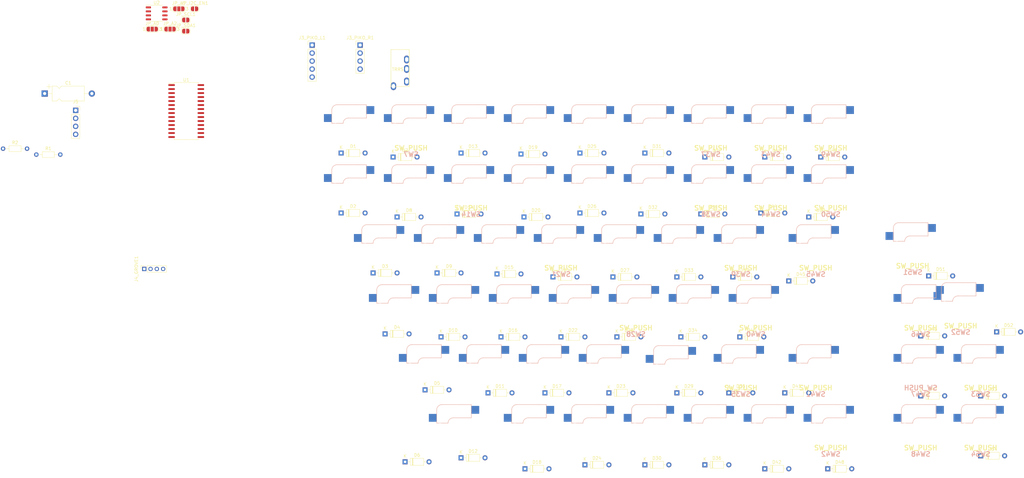
<source format=kicad_pcb>
(kicad_pcb (version 20171130) (host pcbnew "(5.1.7)-1")
  (layers (0 F.Cu signal) (31 B.Cu signal) (34 B.Paste user) (35 F.Paste user) (36 B.SilkS user hide) (37 F.SilkS user) (38 B.Mask user hide) (39 F.Mask user hide) (44 Edge.Cuts user hide))
  (net 0 "")
  (net 1 VCC3P3V)
  (net 2 GND)
  (net 3 ROW_0)
  (net 4 "Net-(D1-Pad2)")
  (net 5 ROW_1)
  (net 6 "Net-(D2-Pad2)")
  (net 7 ROW_2)
  (net 8 "Net-(D3-Pad2)")
  (net 9 "Net-(D4-Pad2)")
  (net 10 ROW_3)
  (net 11 "Net-(D5-Pad2)")
  (net 12 ROW_4)
  (net 13 ROW_5)
  (net 14 "Net-(D6-Pad2)")
  (net 15 "Net-(D7-Pad2)")
  (net 16 "Net-(D8-Pad2)")
  (net 17 "Net-(D9-Pad2)")
  (net 18 "Net-(D10-Pad2)")
  (net 19 "Net-(D11-Pad2)")
  (net 20 "Net-(D12-Pad2)")
  (net 21 "Net-(D13-Pad2)")
  (net 22 "Net-(D14-Pad2)")
  (net 23 "Net-(D15-Pad2)")
  (net 24 "Net-(D16-Pad2)")
  (net 25 "Net-(D17-Pad2)")
  (net 26 "Net-(D18-Pad2)")
  (net 27 "Net-(D19-Pad2)")
  (net 28 "Net-(D20-Pad2)")
  (net 29 "Net-(D21-Pad2)")
  (net 30 "Net-(D22-Pad2)")
  (net 31 "Net-(D23-Pad2)")
  (net 32 "Net-(D24-Pad2)")
  (net 33 "Net-(D25-Pad2)")
  (net 34 "Net-(D26-Pad2)")
  (net 35 "Net-(D27-Pad2)")
  (net 36 "Net-(D28-Pad2)")
  (net 37 "Net-(D29-Pad2)")
  (net 38 "Net-(D30-Pad2)")
  (net 39 "Net-(D31-Pad2)")
  (net 40 "Net-(D32-Pad2)")
  (net 41 "Net-(D33-Pad2)")
  (net 42 "Net-(D34-Pad2)")
  (net 43 "Net-(D35-Pad2)")
  (net 44 "Net-(D36-Pad2)")
  (net 45 "Net-(D37-Pad2)")
  (net 46 "Net-(D38-Pad2)")
  (net 47 "Net-(D39-Pad2)")
  (net 48 "Net-(D40-Pad2)")
  (net 49 G22)
  (net 50 G19)
  (net 51 G23)
  (net 52 G33)
  (net 53 VCC5V)
  (net 54 G21)
  (net 55 G25)
  (net 56 VCC)
  (net 57 COL_0)
  (net 58 COL_1)
  (net 59 COL_2)
  (net 60 COL_3)
  (net 61 COL_4)
  (net 62 COL_5)
  (net 63 ROW_6)
  (net 64 ROW_7)
  (net 65 +5V)
  (net 66 "Net-(U1-Pad11)")
  (net 67 "Net-(U1-Pad14)")
  (net 68 "Net-(U1-Pad19)")
  (net 69 "Net-(U1-Pad20)")
  (net 70 COL_6)
  (net 71 COL_7)
  (net 72 "Net-(D41-Pad2)")
  (net 73 "Net-(D42-Pad2)")
  (net 74 "Net-(D43-Pad2)")
  (net 75 "Net-(D44-Pad2)")
  (net 76 "Net-(D45-Pad2)")
  (net 77 "Net-(D46-Pad2)")
  (net 78 "Net-(D47-Pad2)")
  (net 79 "Net-(D48-Pad2)")
  (net 80 "Net-(D49-Pad2)")
  (net 81 "Net-(D50-Pad2)")
  (net 82 "Net-(D51-Pad2)")
  (net 83 "Net-(D52-Pad2)")
  (net 84 "Net-(D53-Pad2)")
  (net 85 "Net-(D54-Pad2)")
  (net 86 COL_8)
  (net 87 VIN)
  (net 88 SDA_GROVE)
  (net 89 SCL_GROVE)
  (net 90 "Net-(JP_A0-Pad2)")
  (net 91 "Net-(JP_A1-Pad2)")
  (net 92 "Net-(JP_A2-Pad2)")
  (net 93 "Net-(JP_I2C_EN1-Pad1)")
  (net 94 SCL_MCP)
  (net 95 SDA_MCP)
  (net 96 "Net-(U2-Pad1)")
  (module Package_SO:SOP-8_3.9x4.9mm_P1.27mm (layer F.Cu) (at -18.92 -2.46)
    (fp_text reference U2 (at 0 -3.4) (layer F.SilkS))
    (fp_text value PCA9515AD)
    (pad 8 smd roundrect (at 2.625 -1.905) (size 1.65 0.6) (layers F.Cu F.Paste F.Mask) (net 56 VCC))
    (pad 7 smd roundrect (at 2.625 -0.635) (size 1.65 0.6) (layers F.Cu F.Paste F.Mask) (net 94 SCL_MCP))
    (pad 6 smd roundrect (at 2.625 0.635) (size 1.65 0.6) (layers F.Cu F.Paste F.Mask) (net 95 SDA_MCP))
    (pad 5 smd roundrect (at 2.625 1.905) (size 1.65 0.6) (layers F.Cu F.Paste F.Mask) (net 93 "Net-(JP_I2C_EN1-Pad1)"))
    (pad 4 smd roundrect (at -2.625 1.905) (size 1.65 0.6) (layers F.Cu F.Paste F.Mask) (net 65 +5V))
    (pad 3 smd roundrect (at -2.625 0.635) (size 1.65 0.6) (layers F.Cu F.Paste F.Mask) (net 88 SDA_GROVE))
    (pad 2 smd roundrect (at -2.625 -0.635) (size 1.65 0.6) (layers F.Cu F.Paste F.Mask) (net 89 SCL_GROVE))
    (pad 1 smd roundrect (at -2.625 -1.905) (size 1.65 0.6) (layers F.Cu F.Paste F.Mask) (net 96 "Net-(U2-Pad1)"))
  )
  (module Jumper:SolderJumper-2_P1.3mm_Open_RoundedPad1.0x1.5mm (layer F.Cu) (at -9.67 3.19)
    (fp_text reference JP_SDA1 (at 0 -1.8) (layer F.SilkS))
    (fp_text value SDA)
    (pad 2 smd custom (at 0.65 0) (size 1 0.5) (layers F.Cu F.Mask) (net 95 SDA_MCP) (options (clearance outline) (anchor rect)) (primitives (gr_circle (center 0 0.25) (end 0.5 0.25) (width 0)) (gr_circle (center 0 -0.25) (end 0.5 -0.25) (width 0)) (gr_poly (pts (xy 0 -0.75) (xy -0.5 -0.75) (xy -0.5 0.75) (xy 0 0.75)) (width 0))))
    (pad 1 smd custom (at -0.65 0) (size 1 0.5) (layers F.Cu F.Mask) (net 88 SDA_GROVE) (options (clearance outline) (anchor rect)) (primitives (gr_circle (center 0 0.25) (end 0.5 0.25) (width 0)) (gr_circle (center 0 -0.25) (end 0.5 -0.25) (width 0)) (gr_poly (pts (xy 0 -0.75) (xy 0.5 -0.75) (xy 0.5 0.75) (xy 0 0.75)) (width 0))))
  )
  (module Jumper:SolderJumper-2_P1.3mm_Open_RoundedPad1.0x1.5mm (layer F.Cu) (at -9.67 -0.36)
    (fp_text reference JP_SCL1 (at 0 -1.8) (layer F.SilkS))
    (fp_text value SCL)
    (pad 2 smd custom (at 0.65 0) (size 1 0.5) (layers F.Cu F.Mask) (net 94 SCL_MCP) (options (clearance outline) (anchor rect)) (primitives (gr_circle (center 0 0.25) (end 0.5 0.25) (width 0)) (gr_circle (center 0 -0.25) (end 0.5 -0.25) (width 0)) (gr_poly (pts (xy 0 -0.75) (xy -0.5 -0.75) (xy -0.5 0.75) (xy 0 0.75)) (width 0))))
    (pad 1 smd custom (at -0.65 0) (size 1 0.5) (layers F.Cu F.Mask) (net 89 SCL_GROVE) (options (clearance outline) (anchor rect)) (primitives (gr_circle (center 0 0.25) (end 0.5 0.25) (width 0)) (gr_circle (center 0 -0.25) (end 0.5 -0.25) (width 0)) (gr_poly (pts (xy 0 -0.75) (xy 0.5 -0.75) (xy 0.5 0.75) (xy 0 0.75)) (width 0))))
  )
  (module Jumper:SolderJumper-2_P1.3mm_Open_RoundedPad1.0x1.5mm (layer F.Cu) (at -6.87 -3.91)
    (fp_text reference JP_I2C_EN1 (at 0 -1.8) (layer F.SilkS))
    (fp_text value I2C_EN)
    (pad 2 smd custom (at 0.65 0) (size 1 0.5) (layers F.Cu F.Mask) (net 56 VCC) (options (clearance outline) (anchor rect)) (primitives (gr_circle (center 0 0.25) (end 0.5 0.25) (width 0)) (gr_circle (center 0 -0.25) (end 0.5 -0.25) (width 0)) (gr_poly (pts (xy 0 -0.75) (xy -0.5 -0.75) (xy -0.5 0.75) (xy 0 0.75)) (width 0))))
    (pad 1 smd custom (at -0.65 0) (size 1 0.5) (layers F.Cu F.Mask) (net 93 "Net-(JP_I2C_EN1-Pad1)") (options (clearance outline) (anchor rect)) (primitives (gr_circle (center 0 0.25) (end 0.5 0.25) (width 0)) (gr_circle (center 0 -0.25) (end 0.5 -0.25) (width 0)) (gr_poly (pts (xy 0 -0.75) (xy 0.5 -0.75) (xy 0.5 0.75) (xy 0 0.75)) (width 0))))
  )
  (module Jumper:SolderJumper-3_P1.3mm_Open_RoundedPad1.0x1.5mm_NumberLabels (layer F.Cu) (at -14.67 2.54)
    (fp_text reference JP_A2 (at 0 -1.8) (layer F.SilkS))
    (fp_text value I2C_A2)
    (fp_text user 1 (at -2.6 0) (layer F.SilkS))
    (fp_text user 3 (at 2.6 0) (layer F.SilkS))
    (pad 2 smd rect (at 0 0) (size 1 1.5) (layers F.Cu F.Mask) (net 92 "Net-(JP_A2-Pad2)"))
    (pad 3 smd custom (at 1.3 0) (size 1 0.5) (layers F.Cu F.Mask) (net 56 VCC) (options (clearance outline) (anchor rect)) (primitives (gr_circle (center 0 0.25) (end 0.5 0.25) (width 0)) (gr_circle (center 0 -0.25) (end 0.5 -0.25) (width 0)) (gr_poly (pts (xy -0.55 -0.75) (xy 0 -0.75) (xy 0 0.75) (xy -0.55 0.75)) (width 0))))
    (pad 1 smd custom (at -1.3 0) (size 1 0.5) (layers F.Cu F.Mask) (net 65 +5V) (options (clearance outline) (anchor rect)) (primitives (gr_circle (center 0 0.25) (end 0.5 0.25) (width 0)) (gr_circle (center 0 -0.25) (end 0.5 -0.25) (width 0)) (gr_poly (pts (xy 0.55 -0.75) (xy 0 -0.75) (xy 0 0.75) (xy 0.55 0.75)) (width 0))))
  )
  (module Jumper:SolderJumper-3_P1.3mm_Open_RoundedPad1.0x1.5mm_NumberLabels (layer F.Cu) (at -11.87 -3.91)
    (fp_text reference JP_A1 (at 0 -1.8) (layer F.SilkS))
    (fp_text value I2C_A1)
    (fp_text user 1 (at -2.6 0) (layer F.SilkS))
    (fp_text user 3 (at 2.6 0) (layer F.SilkS))
    (pad 2 smd rect (at 0 0) (size 1 1.5) (layers F.Cu F.Mask) (net 91 "Net-(JP_A1-Pad2)"))
    (pad 3 smd custom (at 1.3 0) (size 1 0.5) (layers F.Cu F.Mask) (net 56 VCC) (options (clearance outline) (anchor rect)) (primitives (gr_circle (center 0 0.25) (end 0.5 0.25) (width 0)) (gr_circle (center 0 -0.25) (end 0.5 -0.25) (width 0)) (gr_poly (pts (xy -0.55 -0.75) (xy 0 -0.75) (xy 0 0.75) (xy -0.55 0.75)) (width 0))))
    (pad 1 smd custom (at -1.3 0) (size 1 0.5) (layers F.Cu F.Mask) (net 65 +5V) (options (clearance outline) (anchor rect)) (primitives (gr_circle (center 0 0.25) (end 0.5 0.25) (width 0)) (gr_circle (center 0 -0.25) (end 0.5 -0.25) (width 0)) (gr_poly (pts (xy 0.55 -0.75) (xy 0 -0.75) (xy 0 0.75) (xy 0.55 0.75)) (width 0))))
  )
  (module Jumper:SolderJumper-3_P1.3mm_Open_RoundedPad1.0x1.5mm_NumberLabels (layer F.Cu) (at -20.32 2.54)
    (fp_text reference JP_A0 (at 0 -1.8) (layer F.SilkS))
    (fp_text value I2C_A0)
    (fp_text user 1 (at -2.6 0) (layer F.SilkS))
    (fp_text user 3 (at 2.6 0) (layer F.SilkS))
    (pad 2 smd rect (at 0 0) (size 1 1.5) (layers F.Cu F.Mask) (net 90 "Net-(JP_A0-Pad2)"))
    (pad 3 smd custom (at 1.3 0) (size 1 0.5) (layers F.Cu F.Mask) (net 56 VCC) (options (clearance outline) (anchor rect)) (primitives (gr_circle (center 0 0.25) (end 0.5 0.25) (width 0)) (gr_circle (center 0 -0.25) (end 0.5 -0.25) (width 0)) (gr_poly (pts (xy -0.55 -0.75) (xy 0 -0.75) (xy 0 0.75) (xy -0.55 0.75)) (width 0))))
    (pad 1 smd custom (at -1.3 0) (size 1 0.5) (layers F.Cu F.Mask) (net 65 +5V) (options (clearance outline) (anchor rect)) (primitives (gr_circle (center 0 0.25) (end 0.5 0.25) (width 0)) (gr_circle (center 0 -0.25) (end 0.5 -0.25) (width 0)) (gr_poly (pts (xy 0.55 -0.75) (xy 0 -0.75) (xy 0 0.75) (xy 0.55 0.75)) (width 0))))
  )
  (module keyboard_parts:Kailh_MX_Socket (layer B.Cu) (at 195.2625 128.5875 180)
    (fp_text reference SW42 (at 0 -9) (layer B.SilkS) (effects (font (size 1.524 1.524) (thickness 0.3048)) (justify mirror)))
    (fp_text value SW_PUSH (at 0 -7) (layer F.SilkS) (effects (font (size 1.524 1.524) (thickness 0.3048))))
    (pad 1 smd rect (at 7.36 2.54 180) (size 2.55 2.5) (layers B.Cu B.Paste B.Mask) (net 70 COL_6))
    (pad "" np_thru_hole circle (at 0 0 180) (size 3.98018 3.98018) (drill 3.98018) (layers *.Cu *.Mask))
    (pad "" np_thru_hole circle (at -2.54 5.08 180) (size 2.95 2.95) (drill 2.95) (layers *.Cu *.Mask))
    (pad "" np_thru_hole circle (at 3.81 2.54 180) (size 2.95 2.95) (drill 2.95) (layers *.Cu *.Mask))
    (pad 2 smd rect (at -6.09 5.08 180) (size 2.55 2.5) (layers B.Cu B.Paste B.Mask) (net 73 "Net-(D42-Pad2)"))
    (pad "" np_thru_hole circle (at -5.08 0 180) (size 1.7 1.7) (drill 1.7) (layers *.Cu *.Mask))
    (pad "" np_thru_hole circle (at 5.08 0 180) (size 1.7 1.7) (drill 1.7) (layers *.Cu *.Mask))
  )
  (module keyboard_parts:Kailh_MX_Socket (layer B.Cu) (at 166.6875 109.5375 180)
    (fp_text reference SW35 (at 0 -9) (layer B.SilkS) (effects (font (size 1.524 1.524) (thickness 0.3048)) (justify mirror)))
    (fp_text value SW_PUSH (at 0 -7) (layer F.SilkS) (effects (font (size 1.524 1.524) (thickness 0.3048))))
    (pad 1 smd rect (at 7.36 2.54 180) (size 2.55 2.5) (layers B.Cu B.Paste B.Mask) (net 62 COL_5))
    (pad "" np_thru_hole circle (at 0 0 180) (size 3.98018 3.98018) (drill 3.98018) (layers *.Cu *.Mask))
    (pad "" np_thru_hole circle (at -2.54 5.08 180) (size 2.95 2.95) (drill 2.95) (layers *.Cu *.Mask))
    (pad "" np_thru_hole circle (at 3.81 2.54 180) (size 2.95 2.95) (drill 2.95) (layers *.Cu *.Mask))
    (pad 2 smd rect (at -6.09 5.08 180) (size 2.55 2.5) (layers B.Cu B.Paste B.Mask) (net 43 "Net-(D35-Pad2)"))
    (pad "" np_thru_hole circle (at -5.08 0 180) (size 1.7 1.7) (drill 1.7) (layers *.Cu *.Mask))
    (pad "" np_thru_hole circle (at 5.08 0 180) (size 1.7 1.7) (drill 1.7) (layers *.Cu *.Mask))
  )
  (module keyboard_parts:Kailh_MX_Socket (layer B.Cu) (at 133.35 90.4875 180)
    (fp_text reference SW28 (at 0 -9) (layer B.SilkS) (effects (font (size 1.524 1.524) (thickness 0.3048)) (justify mirror)))
    (fp_text value SW_PUSH (at 0 -7) (layer F.SilkS) (effects (font (size 1.524 1.524) (thickness 0.3048))))
    (pad 1 smd rect (at 7.36 2.54 180) (size 2.55 2.5) (layers B.Cu B.Paste B.Mask) (net 61 COL_4))
    (pad "" np_thru_hole circle (at 0 0 180) (size 3.98018 3.98018) (drill 3.98018) (layers *.Cu *.Mask))
    (pad "" np_thru_hole circle (at -2.54 5.08 180) (size 2.95 2.95) (drill 2.95) (layers *.Cu *.Mask))
    (pad "" np_thru_hole circle (at 3.81 2.54 180) (size 2.95 2.95) (drill 2.95) (layers *.Cu *.Mask))
    (pad 2 smd rect (at -6.09 5.08 180) (size 2.55 2.5) (layers B.Cu B.Paste B.Mask) (net 36 "Net-(D28-Pad2)"))
    (pad "" np_thru_hole circle (at -5.08 0 180) (size 1.7 1.7) (drill 1.7) (layers *.Cu *.Mask))
    (pad "" np_thru_hole circle (at 5.08 0 180) (size 1.7 1.7) (drill 1.7) (layers *.Cu *.Mask))
  )
  (module keyboard_parts:Kailh_MX_Socket (layer B.Cu) (at 109.5375 71.4375 180)
    (fp_text reference SW21 (at 0 -9) (layer B.SilkS) (effects (font (size 1.524 1.524) (thickness 0.3048)) (justify mirror)))
    (fp_text value SW_PUSH (at 0 -7) (layer F.SilkS) (effects (font (size 1.524 1.524) (thickness 0.3048))))
    (pad 1 smd rect (at 7.36 2.54 180) (size 2.55 2.5) (layers B.Cu B.Paste B.Mask) (net 60 COL_3))
    (pad "" np_thru_hole circle (at 0 0 180) (size 3.98018 3.98018) (drill 3.98018) (layers *.Cu *.Mask))
    (pad "" np_thru_hole circle (at -2.54 5.08 180) (size 2.95 2.95) (drill 2.95) (layers *.Cu *.Mask))
    (pad "" np_thru_hole circle (at 3.81 2.54 180) (size 2.95 2.95) (drill 2.95) (layers *.Cu *.Mask))
    (pad 2 smd rect (at -6.09 5.08 180) (size 2.55 2.5) (layers B.Cu B.Paste B.Mask) (net 29 "Net-(D21-Pad2)"))
    (pad "" np_thru_hole circle (at -5.08 0 180) (size 1.7 1.7) (drill 1.7) (layers *.Cu *.Mask))
    (pad "" np_thru_hole circle (at 5.08 0 180) (size 1.7 1.7) (drill 1.7) (layers *.Cu *.Mask))
  )
  (module keyboard_parts:Kailh_MX_Socket (layer B.Cu) (at 80.9625 52.3875 180)
    (fp_text reference SW14 (at 0 -9) (layer B.SilkS) (effects (font (size 1.524 1.524) (thickness 0.3048)) (justify mirror)))
    (fp_text value SW_PUSH (at 0 -7) (layer F.SilkS) (effects (font (size 1.524 1.524) (thickness 0.3048))))
    (pad 1 smd rect (at 7.36 2.54 180) (size 2.55 2.5) (layers B.Cu B.Paste B.Mask) (net 59 COL_2))
    (pad "" np_thru_hole circle (at 0 0 180) (size 3.98018 3.98018) (drill 3.98018) (layers *.Cu *.Mask))
    (pad "" np_thru_hole circle (at -2.54 5.08 180) (size 2.95 2.95) (drill 2.95) (layers *.Cu *.Mask))
    (pad "" np_thru_hole circle (at 3.81 2.54 180) (size 2.95 2.95) (drill 2.95) (layers *.Cu *.Mask))
    (pad 2 smd rect (at -6.09 5.08 180) (size 2.55 2.5) (layers B.Cu B.Paste B.Mask) (net 22 "Net-(D14-Pad2)"))
    (pad "" np_thru_hole circle (at -5.08 0 180) (size 1.7 1.7) (drill 1.7) (layers *.Cu *.Mask))
    (pad "" np_thru_hole circle (at 5.08 0 180) (size 1.7 1.7) (drill 1.7) (layers *.Cu *.Mask))
  )
  (module keyboard_parts:Kailh_MX_Socket (layer B.Cu) (at 61.9125 33.3375 180)
    (fp_text reference SW7 (at 0 -9) (layer B.SilkS) (effects (font (size 1.524 1.524) (thickness 0.3048)) (justify mirror)))
    (fp_text value SW_PUSH (at 0 -7) (layer F.SilkS) (effects (font (size 1.524 1.524) (thickness 0.3048))))
    (pad 1 smd rect (at 7.36 2.54 180) (size 2.55 2.5) (layers B.Cu B.Paste B.Mask) (net 58 COL_1))
    (pad "" np_thru_hole circle (at 0 0 180) (size 3.98018 3.98018) (drill 3.98018) (layers *.Cu *.Mask))
    (pad "" np_thru_hole circle (at -2.54 5.08 180) (size 2.95 2.95) (drill 2.95) (layers *.Cu *.Mask))
    (pad "" np_thru_hole circle (at 3.81 2.54 180) (size 2.95 2.95) (drill 2.95) (layers *.Cu *.Mask))
    (pad 2 smd rect (at -6.09 5.08 180) (size 2.55 2.5) (layers B.Cu B.Paste B.Mask) (net 15 "Net-(D7-Pad2)"))
    (pad "" np_thru_hole circle (at -5.08 0 180) (size 1.7 1.7) (drill 1.7) (layers *.Cu *.Mask))
    (pad "" np_thru_hole circle (at 5.08 0 180) (size 1.7 1.7) (drill 1.7) (layers *.Cu *.Mask))
  )
  (module Diode_THT:D_DO-35_SOD27_P7.62mm_Horizontal (layer F.Cu) (at 174.3075 142.24)
    (fp_text reference D42 (at 3.81 -2.12) (layer F.SilkS))
    (fp_text value 1N4148)
    (fp_text user K (at 0 -1.8) (layer F.SilkS))
    (pad 2 thru_hole oval (at 7.62 0) (size 1.6 1.6) (drill 0.8) (layers *.Cu *.Mask) (net 73 "Net-(D42-Pad2)"))
    (pad 1 thru_hole rect (at 0 0) (size 1.6 1.6) (drill 0.8) (layers *.Cu *.Mask) (net 13 ROW_5))
  )
  (module Diode_THT:D_DO-35_SOD27_P7.62mm_Horizontal (layer F.Cu) (at 162.8775 118.11)
    (fp_text reference D35 (at 3.81 -2.12) (layer F.SilkS))
    (fp_text value 1N4148)
    (fp_text user K (at 0 -1.8) (layer F.SilkS))
    (pad 2 thru_hole oval (at 7.62 0) (size 1.6 1.6) (drill 0.8) (layers *.Cu *.Mask) (net 43 "Net-(D35-Pad2)"))
    (pad 1 thru_hole rect (at 0 0) (size 1.6 1.6) (drill 0.8) (layers *.Cu *.Mask) (net 12 ROW_4))
  )
  (module Diode_THT:D_DO-35_SOD27_P7.62mm_Horizontal (layer F.Cu) (at 127.3175 100.33)
    (fp_text reference D28 (at 3.81 -2.12) (layer F.SilkS))
    (fp_text value 1N4148)
    (fp_text user K (at 0 -1.8) (layer F.SilkS))
    (pad 2 thru_hole oval (at 7.62 0) (size 1.6 1.6) (drill 0.8) (layers *.Cu *.Mask) (net 36 "Net-(D28-Pad2)"))
    (pad 1 thru_hole rect (at 0 0) (size 1.6 1.6) (drill 0.8) (layers *.Cu *.Mask) (net 10 ROW_3))
  )
  (module Diode_THT:D_DO-35_SOD27_P7.62mm_Horizontal (layer F.Cu) (at 106.9975 81.28)
    (fp_text reference D21 (at 3.81 -2.12) (layer F.SilkS))
    (fp_text value 1N4148)
    (fp_text user K (at 0 -1.8) (layer F.SilkS))
    (pad 2 thru_hole oval (at 7.62 0) (size 1.6 1.6) (drill 0.8) (layers *.Cu *.Mask) (net 29 "Net-(D21-Pad2)"))
    (pad 1 thru_hole rect (at 0 0) (size 1.6 1.6) (drill 0.8) (layers *.Cu *.Mask) (net 7 ROW_2))
  )
  (module Diode_THT:D_DO-35_SOD27_P7.62mm_Horizontal (layer F.Cu) (at 76.5175 61.2775)
    (fp_text reference D14 (at 3.81 -2.12) (layer F.SilkS))
    (fp_text value 1N4148)
    (fp_text user K (at 0 -1.8) (layer F.SilkS))
    (pad 2 thru_hole oval (at 7.62 0) (size 1.6 1.6) (drill 0.8) (layers *.Cu *.Mask) (net 22 "Net-(D14-Pad2)"))
    (pad 1 thru_hole rect (at 0 0) (size 1.6 1.6) (drill 0.8) (layers *.Cu *.Mask) (net 5 ROW_1))
  )
  (module Diode_THT:D_DO-35_SOD27_P7.62mm_Horizontal (layer F.Cu) (at 56.1975 43.18)
    (fp_text reference D7 (at 3.81 -2.12) (layer F.SilkS))
    (fp_text value 1N4148)
    (fp_text user K (at 0 -1.8) (layer F.SilkS))
    (pad 2 thru_hole oval (at 7.62 0) (size 1.6 1.6) (drill 0.8) (layers *.Cu *.Mask) (net 15 "Net-(D7-Pad2)"))
    (pad 1 thru_hole rect (at 0 0) (size 1.6 1.6) (drill 0.8) (layers *.Cu *.Mask) (net 3 ROW_0))
  )
  (module keyboard_parts:Kailh_MX_Socket (layer B.Cu) (at 242.8875 128.5875 180)
    (fp_text reference SW54 (at 0 -9) (layer B.SilkS) (effects (font (size 1.524 1.524) (thickness 0.3048)) (justify mirror)))
    (fp_text value SW_PUSH (at 0 -7) (layer F.SilkS) (effects (font (size 1.524 1.524) (thickness 0.3048))))
    (pad 1 smd rect (at 7.36 2.54 180) (size 2.55 2.5) (layers B.Cu B.Paste B.Mask) (net 86 COL_8))
    (pad "" np_thru_hole circle (at 0 0 180) (size 3.98018 3.98018) (drill 3.98018) (layers *.Cu *.Mask))
    (pad "" np_thru_hole circle (at -2.54 5.08 180) (size 2.95 2.95) (drill 2.95) (layers *.Cu *.Mask))
    (pad "" np_thru_hole circle (at 3.81 2.54 180) (size 2.95 2.95) (drill 2.95) (layers *.Cu *.Mask))
    (pad 2 smd rect (at -6.09 5.08 180) (size 2.55 2.5) (layers B.Cu B.Paste B.Mask) (net 85 "Net-(D54-Pad2)"))
    (pad "" np_thru_hole circle (at -5.08 0 180) (size 1.7 1.7) (drill 1.7) (layers *.Cu *.Mask))
    (pad "" np_thru_hole circle (at 5.08 0 180) (size 1.7 1.7) (drill 1.7) (layers *.Cu *.Mask))
  )
  (module keyboard_parts:Kailh_MX_Socket (layer B.Cu) (at 242.8875 109.5375 180)
    (fp_text reference SW53 (at 0 -9) (layer B.SilkS) (effects (font (size 1.524 1.524) (thickness 0.3048)) (justify mirror)))
    (fp_text value SW_PUSH (at 0 -7) (layer F.SilkS) (effects (font (size 1.524 1.524) (thickness 0.3048))))
    (pad 1 smd rect (at 7.36 2.54 180) (size 2.55 2.5) (layers B.Cu B.Paste B.Mask) (net 86 COL_8))
    (pad "" np_thru_hole circle (at 0 0 180) (size 3.98018 3.98018) (drill 3.98018) (layers *.Cu *.Mask))
    (pad "" np_thru_hole circle (at -2.54 5.08 180) (size 2.95 2.95) (drill 2.95) (layers *.Cu *.Mask))
    (pad "" np_thru_hole circle (at 3.81 2.54 180) (size 2.95 2.95) (drill 2.95) (layers *.Cu *.Mask))
    (pad 2 smd rect (at -6.09 5.08 180) (size 2.55 2.5) (layers B.Cu B.Paste B.Mask) (net 84 "Net-(D53-Pad2)"))
    (pad "" np_thru_hole circle (at -5.08 0 180) (size 1.7 1.7) (drill 1.7) (layers *.Cu *.Mask))
    (pad "" np_thru_hole circle (at 5.08 0 180) (size 1.7 1.7) (drill 1.7) (layers *.Cu *.Mask))
  )
  (module keyboard_parts:Kailh_MX_Socket (layer B.Cu) (at 236.5375 89.8525 180)
    (fp_text reference SW52 (at 0 -9) (layer B.SilkS) (effects (font (size 1.524 1.524) (thickness 0.3048)) (justify mirror)))
    (fp_text value SW_PUSH (at 0 -7) (layer F.SilkS) (effects (font (size 1.524 1.524) (thickness 0.3048))))
    (pad 1 smd rect (at 7.36 2.54 180) (size 2.55 2.5) (layers B.Cu B.Paste B.Mask) (net 86 COL_8))
    (pad "" np_thru_hole circle (at 0 0 180) (size 3.98018 3.98018) (drill 3.98018) (layers *.Cu *.Mask))
    (pad "" np_thru_hole circle (at -2.54 5.08 180) (size 2.95 2.95) (drill 2.95) (layers *.Cu *.Mask))
    (pad "" np_thru_hole circle (at 3.81 2.54 180) (size 2.95 2.95) (drill 2.95) (layers *.Cu *.Mask))
    (pad 2 smd rect (at -6.09 5.08 180) (size 2.55 2.5) (layers B.Cu B.Paste B.Mask) (net 83 "Net-(D52-Pad2)"))
    (pad "" np_thru_hole circle (at -5.08 0 180) (size 1.7 1.7) (drill 1.7) (layers *.Cu *.Mask))
    (pad "" np_thru_hole circle (at 5.08 0 180) (size 1.7 1.7) (drill 1.7) (layers *.Cu *.Mask))
  )
  (module keyboard_parts:Kailh_MX_Socket (layer B.Cu) (at 221.2975 70.8025 180)
    (fp_text reference SW51 (at 0 -9) (layer B.SilkS) (effects (font (size 1.524 1.524) (thickness 0.3048)) (justify mirror)))
    (fp_text value SW_PUSH (at 0 -7) (layer F.SilkS) (effects (font (size 1.524 1.524) (thickness 0.3048))))
    (pad 1 smd rect (at 7.36 2.54 180) (size 2.55 2.5) (layers B.Cu B.Paste B.Mask) (net 86 COL_8))
    (pad "" np_thru_hole circle (at 0 0 180) (size 3.98018 3.98018) (drill 3.98018) (layers *.Cu *.Mask))
    (pad "" np_thru_hole circle (at -2.54 5.08 180) (size 2.95 2.95) (drill 2.95) (layers *.Cu *.Mask))
    (pad "" np_thru_hole circle (at 3.81 2.54 180) (size 2.95 2.95) (drill 2.95) (layers *.Cu *.Mask))
    (pad 2 smd rect (at -6.09 5.08 180) (size 2.55 2.5) (layers B.Cu B.Paste B.Mask) (net 82 "Net-(D51-Pad2)"))
    (pad "" np_thru_hole circle (at -5.08 0 180) (size 1.7 1.7) (drill 1.7) (layers *.Cu *.Mask))
    (pad "" np_thru_hole circle (at 5.08 0 180) (size 1.7 1.7) (drill 1.7) (layers *.Cu *.Mask))
  )
  (module keyboard_parts:Kailh_MX_Socket (layer B.Cu) (at 195.2625 52.3875 180)
    (fp_text reference SW50 (at 0 -9) (layer B.SilkS) (effects (font (size 1.524 1.524) (thickness 0.3048)) (justify mirror)))
    (fp_text value SW_PUSH (at 0 -7) (layer F.SilkS) (effects (font (size 1.524 1.524) (thickness 0.3048))))
    (pad 1 smd rect (at 7.36 2.54 180) (size 2.55 2.5) (layers B.Cu B.Paste B.Mask) (net 86 COL_8))
    (pad "" np_thru_hole circle (at 0 0 180) (size 3.98018 3.98018) (drill 3.98018) (layers *.Cu *.Mask))
    (pad "" np_thru_hole circle (at -2.54 5.08 180) (size 2.95 2.95) (drill 2.95) (layers *.Cu *.Mask))
    (pad "" np_thru_hole circle (at 3.81 2.54 180) (size 2.95 2.95) (drill 2.95) (layers *.Cu *.Mask))
    (pad 2 smd rect (at -6.09 5.08 180) (size 2.55 2.5) (layers B.Cu B.Paste B.Mask) (net 81 "Net-(D50-Pad2)"))
    (pad "" np_thru_hole circle (at -5.08 0 180) (size 1.7 1.7) (drill 1.7) (layers *.Cu *.Mask))
    (pad "" np_thru_hole circle (at 5.08 0 180) (size 1.7 1.7) (drill 1.7) (layers *.Cu *.Mask))
  )
  (module keyboard_parts:Kailh_MX_Socket (layer B.Cu) (at 195.2625 33.3375 180)
    (fp_text reference SW49 (at 0 -9) (layer B.SilkS) (effects (font (size 1.524 1.524) (thickness 0.3048)) (justify mirror)))
    (fp_text value SW_PUSH (at 0 -7) (layer F.SilkS) (effects (font (size 1.524 1.524) (thickness 0.3048))))
    (pad 1 smd rect (at 7.36 2.54 180) (size 2.55 2.5) (layers B.Cu B.Paste B.Mask) (net 86 COL_8))
    (pad "" np_thru_hole circle (at 0 0 180) (size 3.98018 3.98018) (drill 3.98018) (layers *.Cu *.Mask))
    (pad "" np_thru_hole circle (at -2.54 5.08 180) (size 2.95 2.95) (drill 2.95) (layers *.Cu *.Mask))
    (pad "" np_thru_hole circle (at 3.81 2.54 180) (size 2.95 2.95) (drill 2.95) (layers *.Cu *.Mask))
    (pad 2 smd rect (at -6.09 5.08 180) (size 2.55 2.5) (layers B.Cu B.Paste B.Mask) (net 80 "Net-(D49-Pad2)"))
    (pad "" np_thru_hole circle (at -5.08 0 180) (size 1.7 1.7) (drill 1.7) (layers *.Cu *.Mask))
    (pad "" np_thru_hole circle (at 5.08 0 180) (size 1.7 1.7) (drill 1.7) (layers *.Cu *.Mask))
  )
  (module keyboard_parts:Kailh_MX_Socket (layer B.Cu) (at 223.8375 128.5875 180)
    (fp_text reference SW48 (at 0 -9) (layer B.SilkS) (effects (font (size 1.524 1.524) (thickness 0.3048)) (justify mirror)))
    (fp_text value SW_PUSH (at 0 -7) (layer F.SilkS) (effects (font (size 1.524 1.524) (thickness 0.3048))))
    (pad 1 smd rect (at 7.36 2.54 180) (size 2.55 2.5) (layers B.Cu B.Paste B.Mask) (net 71 COL_7))
    (pad "" np_thru_hole circle (at 0 0 180) (size 3.98018 3.98018) (drill 3.98018) (layers *.Cu *.Mask))
    (pad "" np_thru_hole circle (at -2.54 5.08 180) (size 2.95 2.95) (drill 2.95) (layers *.Cu *.Mask))
    (pad "" np_thru_hole circle (at 3.81 2.54 180) (size 2.95 2.95) (drill 2.95) (layers *.Cu *.Mask))
    (pad 2 smd rect (at -6.09 5.08 180) (size 2.55 2.5) (layers B.Cu B.Paste B.Mask) (net 79 "Net-(D48-Pad2)"))
    (pad "" np_thru_hole circle (at -5.08 0 180) (size 1.7 1.7) (drill 1.7) (layers *.Cu *.Mask))
    (pad "" np_thru_hole circle (at 5.08 0 180) (size 1.7 1.7) (drill 1.7) (layers *.Cu *.Mask))
  )
  (module keyboard_parts:Kailh_MX_Socket (layer B.Cu) (at 223.8375 109.5375 180)
    (fp_text reference SW47 (at 0 -9) (layer B.SilkS) (effects (font (size 1.524 1.524) (thickness 0.3048)) (justify mirror)))
    (fp_text value SW_PUSH (at 0 -7 180) (layer B.SilkS) (effects (font (size 1.524 1.524) (thickness 0.3048)) (justify mirror)))
    (pad 1 smd rect (at 7.36 2.54 180) (size 2.55 2.5) (layers B.Cu B.Paste B.Mask) (net 71 COL_7))
    (pad "" np_thru_hole circle (at 0 0 180) (size 3.98018 3.98018) (drill 3.98018) (layers *.Cu *.Mask))
    (pad "" np_thru_hole circle (at -2.54 5.08 180) (size 2.95 2.95) (drill 2.95) (layers *.Cu *.Mask))
    (pad "" np_thru_hole circle (at 3.81 2.54 180) (size 2.95 2.95) (drill 2.95) (layers *.Cu *.Mask))
    (pad 2 smd rect (at -6.09 5.08 180) (size 2.55 2.5) (layers B.Cu B.Paste B.Mask) (net 78 "Net-(D47-Pad2)"))
    (pad "" np_thru_hole circle (at -5.08 0 180) (size 1.7 1.7) (drill 1.7) (layers *.Cu *.Mask))
    (pad "" np_thru_hole circle (at 5.08 0 180) (size 1.7 1.7) (drill 1.7) (layers *.Cu *.Mask))
  )
  (module keyboard_parts:Kailh_MX_Socket (layer B.Cu) (at 223.8375 90.4875 180)
    (fp_text reference SW46 (at 0 -9) (layer B.SilkS) (effects (font (size 1.524 1.524) (thickness 0.3048)) (justify mirror)))
    (fp_text value SW_PUSH (at 0 -7) (layer F.SilkS) (effects (font (size 1.524 1.524) (thickness 0.3048))))
    (pad 1 smd rect (at 7.36 2.54 180) (size 2.55 2.5) (layers B.Cu B.Paste B.Mask) (net 71 COL_7))
    (pad "" np_thru_hole circle (at 0 0 180) (size 3.98018 3.98018) (drill 3.98018) (layers *.Cu *.Mask))
    (pad "" np_thru_hole circle (at -2.54 5.08 180) (size 2.95 2.95) (drill 2.95) (layers *.Cu *.Mask))
    (pad "" np_thru_hole circle (at 3.81 2.54 180) (size 2.95 2.95) (drill 2.95) (layers *.Cu *.Mask))
    (pad 2 smd rect (at -6.09 5.08 180) (size 2.55 2.5) (layers B.Cu B.Paste B.Mask) (net 77 "Net-(D46-Pad2)"))
    (pad "" np_thru_hole circle (at -5.08 0 180) (size 1.7 1.7) (drill 1.7) (layers *.Cu *.Mask))
    (pad "" np_thru_hole circle (at 5.08 0 180) (size 1.7 1.7) (drill 1.7) (layers *.Cu *.Mask))
  )
  (module keyboard_parts:Kailh_MX_Socket (layer B.Cu) (at 190.5 71.4375 180)
    (fp_text reference SW45 (at 0 -9) (layer B.SilkS) (effects (font (size 1.524 1.524) (thickness 0.3048)) (justify mirror)))
    (fp_text value SW_PUSH (at 0 -7) (layer F.SilkS) (effects (font (size 1.524 1.524) (thickness 0.3048))))
    (pad 1 smd rect (at 7.36 2.54 180) (size 2.55 2.5) (layers B.Cu B.Paste B.Mask) (net 71 COL_7))
    (pad "" np_thru_hole circle (at 0 0 180) (size 3.98018 3.98018) (drill 3.98018) (layers *.Cu *.Mask))
    (pad "" np_thru_hole circle (at -2.54 5.08 180) (size 2.95 2.95) (drill 2.95) (layers *.Cu *.Mask))
    (pad "" np_thru_hole circle (at 3.81 2.54 180) (size 2.95 2.95) (drill 2.95) (layers *.Cu *.Mask))
    (pad 2 smd rect (at -6.09 5.08 180) (size 2.55 2.5) (layers B.Cu B.Paste B.Mask) (net 76 "Net-(D45-Pad2)"))
    (pad "" np_thru_hole circle (at -5.08 0 180) (size 1.7 1.7) (drill 1.7) (layers *.Cu *.Mask))
    (pad "" np_thru_hole circle (at 5.08 0 180) (size 1.7 1.7) (drill 1.7) (layers *.Cu *.Mask))
  )
  (module keyboard_parts:Kailh_MX_Socket (layer B.Cu) (at 176.2125 52.3875 180)
    (fp_text reference SW44 (at 0 -9) (layer B.SilkS) (effects (font (size 1.524 1.524) (thickness 0.3048)) (justify mirror)))
    (fp_text value SW_PUSH (at 0 -7) (layer F.SilkS) (effects (font (size 1.524 1.524) (thickness 0.3048))))
    (pad 1 smd rect (at 7.36 2.54 180) (size 2.55 2.5) (layers B.Cu B.Paste B.Mask) (net 71 COL_7))
    (pad "" np_thru_hole circle (at 0 0 180) (size 3.98018 3.98018) (drill 3.98018) (layers *.Cu *.Mask))
    (pad "" np_thru_hole circle (at -2.54 5.08 180) (size 2.95 2.95) (drill 2.95) (layers *.Cu *.Mask))
    (pad "" np_thru_hole circle (at 3.81 2.54 180) (size 2.95 2.95) (drill 2.95) (layers *.Cu *.Mask))
    (pad 2 smd rect (at -6.09 5.08 180) (size 2.55 2.5) (layers B.Cu B.Paste B.Mask) (net 75 "Net-(D44-Pad2)"))
    (pad "" np_thru_hole circle (at -5.08 0 180) (size 1.7 1.7) (drill 1.7) (layers *.Cu *.Mask))
    (pad "" np_thru_hole circle (at 5.08 0 180) (size 1.7 1.7) (drill 1.7) (layers *.Cu *.Mask))
  )
  (module keyboard_parts:Kailh_MX_Socket (layer B.Cu) (at 176.2125 33.3375 180)
    (fp_text reference SW43 (at 0 -9) (layer B.SilkS) (effects (font (size 1.524 1.524) (thickness 0.3048)) (justify mirror)))
    (fp_text value SW_PUSH (at 0 -7) (layer F.SilkS) (effects (font (size 1.524 1.524) (thickness 0.3048))))
    (pad 1 smd rect (at 7.36 2.54 180) (size 2.55 2.5) (layers B.Cu B.Paste B.Mask) (net 71 COL_7))
    (pad "" np_thru_hole circle (at 0 0 180) (size 3.98018 3.98018) (drill 3.98018) (layers *.Cu *.Mask))
    (pad "" np_thru_hole circle (at -2.54 5.08 180) (size 2.95 2.95) (drill 2.95) (layers *.Cu *.Mask))
    (pad "" np_thru_hole circle (at 3.81 2.54 180) (size 2.95 2.95) (drill 2.95) (layers *.Cu *.Mask))
    (pad 2 smd rect (at -6.09 5.08 180) (size 2.55 2.5) (layers B.Cu B.Paste B.Mask) (net 74 "Net-(D43-Pad2)"))
    (pad "" np_thru_hole circle (at -5.08 0 180) (size 1.7 1.7) (drill 1.7) (layers *.Cu *.Mask))
    (pad "" np_thru_hole circle (at 5.08 0 180) (size 1.7 1.7) (drill 1.7) (layers *.Cu *.Mask))
  )
  (module keyboard_parts:Kailh_MX_Socket (layer B.Cu) (at 190.5 109.5375 180)
    (fp_text reference SW41 (at 0 -9) (layer B.SilkS) (effects (font (size 1.524 1.524) (thickness 0.3048)) (justify mirror)))
    (fp_text value SW_PUSH (at 0 -7) (layer F.SilkS) (effects (font (size 1.524 1.524) (thickness 0.3048))))
    (pad 1 smd rect (at 7.36 2.54 180) (size 2.55 2.5) (layers B.Cu B.Paste B.Mask) (net 70 COL_6))
    (pad "" np_thru_hole circle (at 0 0 180) (size 3.98018 3.98018) (drill 3.98018) (layers *.Cu *.Mask))
    (pad "" np_thru_hole circle (at -2.54 5.08 180) (size 2.95 2.95) (drill 2.95) (layers *.Cu *.Mask))
    (pad "" np_thru_hole circle (at 3.81 2.54 180) (size 2.95 2.95) (drill 2.95) (layers *.Cu *.Mask))
    (pad 2 smd rect (at -6.09 5.08 180) (size 2.55 2.5) (layers B.Cu B.Paste B.Mask) (net 72 "Net-(D41-Pad2)"))
    (pad "" np_thru_hole circle (at -5.08 0 180) (size 1.7 1.7) (drill 1.7) (layers *.Cu *.Mask))
    (pad "" np_thru_hole circle (at 5.08 0 180) (size 1.7 1.7) (drill 1.7) (layers *.Cu *.Mask))
  )
  (module keyboard_parts:Kailh_MX_Socket (layer B.Cu) (at 171.45 90.4875 180)
    (fp_text reference SW40 (at 0 -9) (layer B.SilkS) (effects (font (size 1.524 1.524) (thickness 0.3048)) (justify mirror)))
    (fp_text value SW_PUSH (at 0 -7) (layer F.SilkS) (effects (font (size 1.524 1.524) (thickness 0.3048))))
    (pad 1 smd rect (at 7.36 2.54 180) (size 2.55 2.5) (layers B.Cu B.Paste B.Mask) (net 70 COL_6))
    (pad "" np_thru_hole circle (at 0 0 180) (size 3.98018 3.98018) (drill 3.98018) (layers *.Cu *.Mask))
    (pad "" np_thru_hole circle (at -2.54 5.08 180) (size 2.95 2.95) (drill 2.95) (layers *.Cu *.Mask))
    (pad "" np_thru_hole circle (at 3.81 2.54 180) (size 2.95 2.95) (drill 2.95) (layers *.Cu *.Mask))
    (pad 2 smd rect (at -6.09 5.08 180) (size 2.55 2.5) (layers B.Cu B.Paste B.Mask) (net 48 "Net-(D40-Pad2)"))
    (pad "" np_thru_hole circle (at -5.08 0 180) (size 1.7 1.7) (drill 1.7) (layers *.Cu *.Mask))
    (pad "" np_thru_hole circle (at 5.08 0 180) (size 1.7 1.7) (drill 1.7) (layers *.Cu *.Mask))
  )
  (module keyboard_parts:Kailh_MX_Socket (layer B.Cu) (at 166.6875 71.4375 180)
    (fp_text reference SW39 (at 0 -9) (layer B.SilkS) (effects (font (size 1.524 1.524) (thickness 0.3048)) (justify mirror)))
    (fp_text value SW_PUSH (at 0 -7) (layer F.SilkS) (effects (font (size 1.524 1.524) (thickness 0.3048))))
    (pad 1 smd rect (at 7.36 2.54 180) (size 2.55 2.5) (layers B.Cu B.Paste B.Mask) (net 70 COL_6))
    (pad "" np_thru_hole circle (at 0 0 180) (size 3.98018 3.98018) (drill 3.98018) (layers *.Cu *.Mask))
    (pad "" np_thru_hole circle (at -2.54 5.08 180) (size 2.95 2.95) (drill 2.95) (layers *.Cu *.Mask))
    (pad "" np_thru_hole circle (at 3.81 2.54 180) (size 2.95 2.95) (drill 2.95) (layers *.Cu *.Mask))
    (pad 2 smd rect (at -6.09 5.08 180) (size 2.55 2.5) (layers B.Cu B.Paste B.Mask) (net 47 "Net-(D39-Pad2)"))
    (pad "" np_thru_hole circle (at -5.08 0 180) (size 1.7 1.7) (drill 1.7) (layers *.Cu *.Mask))
    (pad "" np_thru_hole circle (at 5.08 0 180) (size 1.7 1.7) (drill 1.7) (layers *.Cu *.Mask))
  )
  (module keyboard_parts:Kailh_MX_Socket (layer B.Cu) (at 157.1625 52.3875 180)
    (fp_text reference SW38 (at 0 -9) (layer B.SilkS) (effects (font (size 1.524 1.524) (thickness 0.3048)) (justify mirror)))
    (fp_text value SW_PUSH (at 0 -7) (layer F.SilkS) (effects (font (size 1.524 1.524) (thickness 0.3048))))
    (pad 1 smd rect (at 7.36 2.54 180) (size 2.55 2.5) (layers B.Cu B.Paste B.Mask) (net 70 COL_6))
    (pad "" np_thru_hole circle (at 0 0 180) (size 3.98018 3.98018) (drill 3.98018) (layers *.Cu *.Mask))
    (pad "" np_thru_hole circle (at -2.54 5.08 180) (size 2.95 2.95) (drill 2.95) (layers *.Cu *.Mask))
    (pad "" np_thru_hole circle (at 3.81 2.54 180) (size 2.95 2.95) (drill 2.95) (layers *.Cu *.Mask))
    (pad 2 smd rect (at -6.09 5.08 180) (size 2.55 2.5) (layers B.Cu B.Paste B.Mask) (net 46 "Net-(D38-Pad2)"))
    (pad "" np_thru_hole circle (at -5.08 0 180) (size 1.7 1.7) (drill 1.7) (layers *.Cu *.Mask))
    (pad "" np_thru_hole circle (at 5.08 0 180) (size 1.7 1.7) (drill 1.7) (layers *.Cu *.Mask))
  )
  (module keyboard_parts:Kailh_MX_Socket (layer B.Cu) (at 157.1625 33.3375 180)
    (fp_text reference SW37 (at 0 -9) (layer B.SilkS) (effects (font (size 1.524 1.524) (thickness 0.3048)) (justify mirror)))
    (fp_text value SW_PUSH (at 0 -7) (layer F.SilkS) (effects (font (size 1.524 1.524) (thickness 0.3048))))
    (pad 1 smd rect (at 7.36 2.54 180) (size 2.55 2.5) (layers B.Cu B.Paste B.Mask) (net 70 COL_6))
    (pad "" np_thru_hole circle (at 0 0 180) (size 3.98018 3.98018) (drill 3.98018) (layers *.Cu *.Mask))
    (pad "" np_thru_hole circle (at -2.54 5.08 180) (size 2.95 2.95) (drill 2.95) (layers *.Cu *.Mask))
    (pad "" np_thru_hole circle (at 3.81 2.54 180) (size 2.95 2.95) (drill 2.95) (layers *.Cu *.Mask))
    (pad 2 smd rect (at -6.09 5.08 180) (size 2.55 2.5) (layers B.Cu B.Paste B.Mask) (net 45 "Net-(D37-Pad2)"))
    (pad "" np_thru_hole circle (at -5.08 0 180) (size 1.7 1.7) (drill 1.7) (layers *.Cu *.Mask))
    (pad "" np_thru_hole circle (at 5.08 0 180) (size 1.7 1.7) (drill 1.7) (layers *.Cu *.Mask))
  )
  (module Diode_THT:D_DO-35_SOD27_P7.62mm_Horizontal (layer F.Cu) (at 242.8875 138.1125)
    (fp_text reference D54 (at 3.81 -2.12) (layer F.SilkS))
    (fp_text value 1N4148)
    (fp_text user K (at 0 -1.8) (layer F.SilkS))
    (pad 2 thru_hole oval (at 7.62 0) (size 1.6 1.6) (drill 0.8) (layers *.Cu *.Mask) (net 85 "Net-(D54-Pad2)"))
    (pad 1 thru_hole rect (at 0 0) (size 1.6 1.6) (drill 0.8) (layers *.Cu *.Mask) (net 13 ROW_5))
  )
  (module Diode_THT:D_DO-35_SOD27_P7.62mm_Horizontal (layer F.Cu) (at 242.8875 119.0625)
    (fp_text reference D53 (at 3.81 -2.12) (layer F.SilkS))
    (fp_text value 1N4148)
    (fp_text user K (at 0 -1.8) (layer F.SilkS))
    (pad 2 thru_hole oval (at 7.62 0) (size 1.6 1.6) (drill 0.8) (layers *.Cu *.Mask) (net 84 "Net-(D53-Pad2)"))
    (pad 1 thru_hole rect (at 0 0) (size 1.6 1.6) (drill 0.8) (layers *.Cu *.Mask) (net 12 ROW_4))
  )
  (module Diode_THT:D_DO-35_SOD27_P7.62mm_Horizontal (layer F.Cu) (at 247.9675 98.7425)
    (fp_text reference D52 (at 3.81 -2.12) (layer F.SilkS))
    (fp_text value 1N4148)
    (fp_text user K (at 0 -1.8) (layer F.SilkS))
    (pad 2 thru_hole oval (at 7.62 0) (size 1.6 1.6) (drill 0.8) (layers *.Cu *.Mask) (net 83 "Net-(D52-Pad2)"))
    (pad 1 thru_hole rect (at 0 0) (size 1.6 1.6) (drill 0.8) (layers *.Cu *.Mask) (net 10 ROW_3))
  )
  (module Diode_THT:D_DO-35_SOD27_P7.62mm_Horizontal (layer F.Cu) (at 226.3775 80.9625)
    (fp_text reference D51 (at 3.81 -2.12) (layer F.SilkS))
    (fp_text value 1N4148)
    (fp_text user K (at 0 -1.8) (layer F.SilkS))
    (pad 2 thru_hole oval (at 7.62 0) (size 1.6 1.6) (drill 0.8) (layers *.Cu *.Mask) (net 82 "Net-(D51-Pad2)"))
    (pad 1 thru_hole rect (at 0 0) (size 1.6 1.6) (drill 0.8) (layers *.Cu *.Mask) (net 7 ROW_2))
  )
  (module Diode_THT:D_DO-35_SOD27_P7.62mm_Horizontal (layer F.Cu) (at 188.2775 62.23)
    (fp_text reference D50 (at 3.81 -2.12) (layer F.SilkS))
    (fp_text value 1N4148)
    (fp_text user K (at 0 -1.8) (layer F.SilkS))
    (pad 2 thru_hole oval (at 7.62 0) (size 1.6 1.6) (drill 0.8) (layers *.Cu *.Mask) (net 81 "Net-(D50-Pad2)"))
    (pad 1 thru_hole rect (at 0 0) (size 1.6 1.6) (drill 0.8) (layers *.Cu *.Mask) (net 5 ROW_1))
  )
  (module Diode_THT:D_DO-35_SOD27_P7.62mm_Horizontal (layer F.Cu) (at 192.0875 43.18)
    (fp_text reference D49 (at 3.81 -2.12) (layer F.SilkS))
    (fp_text value 1N4148)
    (fp_text user K (at 0 -1.8) (layer F.SilkS))
    (pad 2 thru_hole oval (at 7.62 0) (size 1.6 1.6) (drill 0.8) (layers *.Cu *.Mask) (net 80 "Net-(D49-Pad2)"))
    (pad 1 thru_hole rect (at 0 0) (size 1.6 1.6) (drill 0.8) (layers *.Cu *.Mask) (net 3 ROW_0))
  )
  (module Diode_THT:D_DO-35_SOD27_P7.62mm_Horizontal (layer F.Cu) (at 194.31 142.24)
    (fp_text reference D48 (at 3.81 -2.12) (layer F.SilkS))
    (fp_text value 1N4148)
    (fp_text user K (at 0 -1.8) (layer F.SilkS))
    (pad 2 thru_hole oval (at 7.62 0) (size 1.6 1.6) (drill 0.8) (layers *.Cu *.Mask) (net 79 "Net-(D48-Pad2)"))
    (pad 1 thru_hole rect (at 0 0) (size 1.6 1.6) (drill 0.8) (layers *.Cu *.Mask) (net 13 ROW_5))
  )
  (module Diode_THT:D_DO-35_SOD27_P7.62mm_Horizontal (layer F.Cu) (at 223.8375 119.0625)
    (fp_text reference D47 (at 3.81 -2.12) (layer F.SilkS))
    (fp_text value 1N4148)
    (fp_text user K (at 0 -1.8) (layer F.SilkS))
    (pad 2 thru_hole oval (at 7.62 0) (size 1.6 1.6) (drill 0.8) (layers *.Cu *.Mask) (net 78 "Net-(D47-Pad2)"))
    (pad 1 thru_hole rect (at 0 0) (size 1.6 1.6) (drill 0.8) (layers *.Cu *.Mask) (net 12 ROW_4))
  )
  (module Diode_THT:D_DO-35_SOD27_P7.62mm_Horizontal (layer F.Cu) (at 223.8375 100.0125)
    (fp_text reference D46 (at 3.81 -2.12) (layer F.SilkS))
    (fp_text value 1N4148)
    (fp_text user K (at 0 -1.8) (layer F.SilkS))
    (pad 2 thru_hole oval (at 7.62 0) (size 1.6 1.6) (drill 0.8) (layers *.Cu *.Mask) (net 77 "Net-(D46-Pad2)"))
    (pad 1 thru_hole rect (at 0 0) (size 1.6 1.6) (drill 0.8) (layers *.Cu *.Mask) (net 10 ROW_3))
  )
  (module Diode_THT:D_DO-35_SOD27_P7.62mm_Horizontal (layer F.Cu) (at 181.9275 82.55)
    (fp_text reference D45 (at 3.81 -2.12) (layer F.SilkS))
    (fp_text value 1N4148)
    (fp_text user K (at 0 -1.8) (layer F.SilkS))
    (pad 2 thru_hole oval (at 7.62 0) (size 1.6 1.6) (drill 0.8) (layers *.Cu *.Mask) (net 76 "Net-(D45-Pad2)"))
    (pad 1 thru_hole rect (at 0 0) (size 1.6 1.6) (drill 0.8) (layers *.Cu *.Mask) (net 7 ROW_2))
  )
  (module Diode_THT:D_DO-35_SOD27_P7.62mm_Horizontal (layer F.Cu) (at 173.0375 60.96)
    (fp_text reference D44 (at 3.81 -2.12) (layer F.SilkS))
    (fp_text value 1N4148)
    (fp_text user K (at 0 -1.8) (layer F.SilkS))
    (pad 2 thru_hole oval (at 7.62 0) (size 1.6 1.6) (drill 0.8) (layers *.Cu *.Mask) (net 75 "Net-(D44-Pad2)"))
    (pad 1 thru_hole rect (at 0 0) (size 1.6 1.6) (drill 0.8) (layers *.Cu *.Mask) (net 5 ROW_1))
  )
  (module Diode_THT:D_DO-35_SOD27_P7.62mm_Horizontal (layer F.Cu) (at 174.3075 43.18)
    (fp_text reference D43 (at 3.81 -2.12) (layer F.SilkS))
    (fp_text value 1N4148)
    (fp_text user K (at 0 -1.8) (layer F.SilkS))
    (pad 2 thru_hole oval (at 7.62 0) (size 1.6 1.6) (drill 0.8) (layers *.Cu *.Mask) (net 74 "Net-(D43-Pad2)"))
    (pad 1 thru_hole rect (at 0 0) (size 1.6 1.6) (drill 0.8) (layers *.Cu *.Mask) (net 3 ROW_0))
  )
  (module Diode_THT:D_DO-35_SOD27_P7.62mm_Horizontal (layer F.Cu) (at 180.6575 118.11)
    (fp_text reference D41 (at 3.81 -2.12) (layer F.SilkS))
    (fp_text value 1N4148)
    (fp_text user K (at 0 -1.8) (layer F.SilkS))
    (pad 2 thru_hole oval (at 7.62 0) (size 1.6 1.6) (drill 0.8) (layers *.Cu *.Mask) (net 72 "Net-(D41-Pad2)"))
    (pad 1 thru_hole rect (at 0 0) (size 1.6 1.6) (drill 0.8) (layers *.Cu *.Mask) (net 12 ROW_4))
  )
  (module Diode_THT:D_DO-35_SOD27_P7.62mm_Horizontal (layer F.Cu) (at 166.37 100.33)
    (fp_text reference D40 (at 3.81 -2.12) (layer F.SilkS))
    (fp_text value 1N4148)
    (fp_text user K (at 0 -1.8) (layer F.SilkS))
    (pad 2 thru_hole oval (at 7.62 0) (size 1.6 1.6) (drill 0.8) (layers *.Cu *.Mask) (net 48 "Net-(D40-Pad2)"))
    (pad 1 thru_hole rect (at 0 0) (size 1.6 1.6) (drill 0.8) (layers *.Cu *.Mask) (net 10 ROW_3))
  )
  (module Diode_THT:D_DO-35_SOD27_P7.62mm_Horizontal (layer F.Cu) (at 164.1475 81.28)
    (fp_text reference D39 (at 3.81 -2.12) (layer F.SilkS))
    (fp_text value 1N4148)
    (fp_text user K (at 0 -1.8) (layer F.SilkS))
    (pad 2 thru_hole oval (at 7.62 0) (size 1.6 1.6) (drill 0.8) (layers *.Cu *.Mask) (net 47 "Net-(D39-Pad2)"))
    (pad 1 thru_hole rect (at 0 0) (size 1.6 1.6) (drill 0.8) (layers *.Cu *.Mask) (net 7 ROW_2))
  )
  (module Diode_THT:D_DO-35_SOD27_P7.62mm_Horizontal (layer F.Cu) (at 153.9875 61.2775)
    (fp_text reference D38 (at 3.81 -2.12) (layer F.SilkS))
    (fp_text value 1N4148)
    (fp_text user K (at 0 -1.8) (layer F.SilkS))
    (pad 2 thru_hole oval (at 7.62 0) (size 1.6 1.6) (drill 0.8) (layers *.Cu *.Mask) (net 46 "Net-(D38-Pad2)"))
    (pad 1 thru_hole rect (at 0 0) (size 1.6 1.6) (drill 0.8) (layers *.Cu *.Mask) (net 5 ROW_1))
  )
  (module Diode_THT:D_DO-35_SOD27_P7.62mm_Horizontal (layer F.Cu) (at 155.2575 43.18)
    (fp_text reference D37 (at 3.81 -2.12) (layer F.SilkS))
    (fp_text value 1N4148)
    (fp_text user K (at 0 -1.8) (layer F.SilkS))
    (pad 2 thru_hole oval (at 7.62 0) (size 1.6 1.6) (drill 0.8) (layers *.Cu *.Mask) (net 45 "Net-(D37-Pad2)"))
    (pad 1 thru_hole rect (at 0 0) (size 1.6 1.6) (drill 0.8) (layers *.Cu *.Mask) (net 3 ROW_0))
  )
  (module keyboard_parts:Kailh_MX_Socket (layer B.Cu) (at 176.2125 128.5875 180)
    (fp_text reference SW36 hide)
    (fp_text value SW_PUSH hide)
    (pad 1 smd rect (at 7.36 2.54 180) (size 2.55 2.5) (layers B.Cu B.Paste B.Mask) (net 62 COL_5))
    (pad "" np_thru_hole circle (at 0 0 180) (size 3.98018 3.98018) (drill 3.98018) (layers *.Cu *.Mask))
    (pad "" np_thru_hole circle (at -2.54 5.08 180) (size 2.95 2.95) (drill 2.95) (layers *.Cu *.Mask))
    (pad "" np_thru_hole circle (at 3.81 2.54 180) (size 2.95 2.95) (drill 2.95) (layers *.Cu *.Mask))
    (pad 2 smd rect (at -6.09 5.08 180) (size 2.55 2.5) (layers B.Cu B.Paste B.Mask) (net 44 "Net-(D36-Pad2)"))
    (pad "" np_thru_hole circle (at -5.08 0 180) (size 1.7 1.7) (drill 1.7) (layers *.Cu *.Mask))
    (pad "" np_thru_hole circle (at 5.08 0 180) (size 1.7 1.7) (drill 1.7) (layers *.Cu *.Mask))
  )
  (module keyboard_parts:Kailh_MX_Socket (layer B.Cu) (at 152.4 90.4875 180)
    (fp_text reference SW34 hide)
    (fp_text value SW_PUSH hide)
    (pad 1 smd rect (at 7.36 2.54 180) (size 2.55 2.5) (layers B.Cu B.Paste B.Mask) (net 62 COL_5))
    (pad "" np_thru_hole circle (at 0 0 180) (size 3.98018 3.98018) (drill 3.98018) (layers *.Cu *.Mask))
    (pad "" np_thru_hole circle (at -2.54 5.08 180) (size 2.95 2.95) (drill 2.95) (layers *.Cu *.Mask))
    (pad "" np_thru_hole circle (at 3.81 2.54 180) (size 2.95 2.95) (drill 2.95) (layers *.Cu *.Mask))
    (pad 2 smd rect (at -6.09 5.08 180) (size 2.55 2.5) (layers B.Cu B.Paste B.Mask) (net 42 "Net-(D34-Pad2)"))
    (pad "" np_thru_hole circle (at -5.08 0 180) (size 1.7 1.7) (drill 1.7) (layers *.Cu *.Mask))
    (pad "" np_thru_hole circle (at 5.08 0 180) (size 1.7 1.7) (drill 1.7) (layers *.Cu *.Mask))
  )
  (module keyboard_parts:Kailh_MX_Socket (layer B.Cu) (at 147.6375 71.4375 180)
    (fp_text reference SW33 hide)
    (fp_text value SW_PUSH hide)
    (pad 1 smd rect (at 7.36 2.54 180) (size 2.55 2.5) (layers B.Cu B.Paste B.Mask) (net 62 COL_5))
    (pad "" np_thru_hole circle (at 0 0 180) (size 3.98018 3.98018) (drill 3.98018) (layers *.Cu *.Mask))
    (pad "" np_thru_hole circle (at -2.54 5.08 180) (size 2.95 2.95) (drill 2.95) (layers *.Cu *.Mask))
    (pad "" np_thru_hole circle (at 3.81 2.54 180) (size 2.95 2.95) (drill 2.95) (layers *.Cu *.Mask))
    (pad 2 smd rect (at -6.09 5.08 180) (size 2.55 2.5) (layers B.Cu B.Paste B.Mask) (net 41 "Net-(D33-Pad2)"))
    (pad "" np_thru_hole circle (at -5.08 0 180) (size 1.7 1.7) (drill 1.7) (layers *.Cu *.Mask))
    (pad "" np_thru_hole circle (at 5.08 0 180) (size 1.7 1.7) (drill 1.7) (layers *.Cu *.Mask))
  )
  (module keyboard_parts:Kailh_MX_Socket (layer B.Cu) (at 138.1125 52.3875 180)
    (fp_text reference SW32 hide)
    (fp_text value SW_PUSH hide)
    (pad 1 smd rect (at 7.36 2.54 180) (size 2.55 2.5) (layers B.Cu B.Paste B.Mask) (net 62 COL_5))
    (pad "" np_thru_hole circle (at 0 0 180) (size 3.98018 3.98018) (drill 3.98018) (layers *.Cu *.Mask))
    (pad "" np_thru_hole circle (at -2.54 5.08 180) (size 2.95 2.95) (drill 2.95) (layers *.Cu *.Mask))
    (pad "" np_thru_hole circle (at 3.81 2.54 180) (size 2.95 2.95) (drill 2.95) (layers *.Cu *.Mask))
    (pad 2 smd rect (at -6.09 5.08 180) (size 2.55 2.5) (layers B.Cu B.Paste B.Mask) (net 40 "Net-(D32-Pad2)"))
    (pad "" np_thru_hole circle (at -5.08 0 180) (size 1.7 1.7) (drill 1.7) (layers *.Cu *.Mask))
    (pad "" np_thru_hole circle (at 5.08 0 180) (size 1.7 1.7) (drill 1.7) (layers *.Cu *.Mask))
  )
  (module keyboard_parts:Kailh_MX_Socket (layer B.Cu) (at 138.1125 33.3375 180)
    (fp_text reference SW31 hide)
    (fp_text value SW_PUSH hide)
    (pad 1 smd rect (at 7.36 2.54 180) (size 2.55 2.5) (layers B.Cu B.Paste B.Mask) (net 62 COL_5))
    (pad "" np_thru_hole circle (at 0 0 180) (size 3.98018 3.98018) (drill 3.98018) (layers *.Cu *.Mask))
    (pad "" np_thru_hole circle (at -2.54 5.08 180) (size 2.95 2.95) (drill 2.95) (layers *.Cu *.Mask))
    (pad "" np_thru_hole circle (at 3.81 2.54 180) (size 2.95 2.95) (drill 2.95) (layers *.Cu *.Mask))
    (pad 2 smd rect (at -6.09 5.08 180) (size 2.55 2.5) (layers B.Cu B.Paste B.Mask) (net 39 "Net-(D31-Pad2)"))
    (pad "" np_thru_hole circle (at -5.08 0 180) (size 1.7 1.7) (drill 1.7) (layers *.Cu *.Mask))
    (pad "" np_thru_hole circle (at 5.08 0 180) (size 1.7 1.7) (drill 1.7) (layers *.Cu *.Mask))
  )
  (module keyboard_parts:Kailh_MX_Socket (layer B.Cu) (at 157.1625 128.5875 180)
    (fp_text reference SW30 hide)
    (fp_text value SW_PUSH hide)
    (pad 1 smd rect (at 7.36 2.54 180) (size 2.55 2.5) (layers B.Cu B.Paste B.Mask) (net 61 COL_4))
    (pad "" np_thru_hole circle (at 0 0 180) (size 3.98018 3.98018) (drill 3.98018) (layers *.Cu *.Mask))
    (pad "" np_thru_hole circle (at -2.54 5.08 180) (size 2.95 2.95) (drill 2.95) (layers *.Cu *.Mask))
    (pad "" np_thru_hole circle (at 3.81 2.54 180) (size 2.95 2.95) (drill 2.95) (layers *.Cu *.Mask))
    (pad 2 smd rect (at -6.09 5.08 180) (size 2.55 2.5) (layers B.Cu B.Paste B.Mask) (net 38 "Net-(D30-Pad2)"))
    (pad "" np_thru_hole circle (at -5.08 0 180) (size 1.7 1.7) (drill 1.7) (layers *.Cu *.Mask))
    (pad "" np_thru_hole circle (at 5.08 0 180) (size 1.7 1.7) (drill 1.7) (layers *.Cu *.Mask))
  )
  (module keyboard_parts:Kailh_MX_Socket (layer B.Cu) (at 145.0975 109.855 180)
    (fp_text reference SW29 hide)
    (fp_text value SW_PUSH hide)
    (pad 1 smd rect (at 7.36 2.54 180) (size 2.55 2.5) (layers B.Cu B.Paste B.Mask) (net 61 COL_4))
    (pad "" np_thru_hole circle (at 0 0 180) (size 3.98018 3.98018) (drill 3.98018) (layers *.Cu *.Mask))
    (pad "" np_thru_hole circle (at -2.54 5.08 180) (size 2.95 2.95) (drill 2.95) (layers *.Cu *.Mask))
    (pad "" np_thru_hole circle (at 3.81 2.54 180) (size 2.95 2.95) (drill 2.95) (layers *.Cu *.Mask))
    (pad 2 smd rect (at -6.09 5.08 180) (size 2.55 2.5) (layers B.Cu B.Paste B.Mask) (net 37 "Net-(D29-Pad2)"))
    (pad "" np_thru_hole circle (at -5.08 0 180) (size 1.7 1.7) (drill 1.7) (layers *.Cu *.Mask))
    (pad "" np_thru_hole circle (at 5.08 0 180) (size 1.7 1.7) (drill 1.7) (layers *.Cu *.Mask))
  )
  (module keyboard_parts:Kailh_MX_Socket (layer B.Cu) (at 128.5875 71.4375 180)
    (fp_text reference SW27 hide)
    (fp_text value SW_PUSH hide)
    (pad 1 smd rect (at 7.36 2.54 180) (size 2.55 2.5) (layers B.Cu B.Paste B.Mask) (net 61 COL_4))
    (pad "" np_thru_hole circle (at 0 0 180) (size 3.98018 3.98018) (drill 3.98018) (layers *.Cu *.Mask))
    (pad "" np_thru_hole circle (at -2.54 5.08 180) (size 2.95 2.95) (drill 2.95) (layers *.Cu *.Mask))
    (pad "" np_thru_hole circle (at 3.81 2.54 180) (size 2.95 2.95) (drill 2.95) (layers *.Cu *.Mask))
    (pad 2 smd rect (at -6.09 5.08 180) (size 2.55 2.5) (layers B.Cu B.Paste B.Mask) (net 35 "Net-(D27-Pad2)"))
    (pad "" np_thru_hole circle (at -5.08 0 180) (size 1.7 1.7) (drill 1.7) (layers *.Cu *.Mask))
    (pad "" np_thru_hole circle (at 5.08 0 180) (size 1.7 1.7) (drill 1.7) (layers *.Cu *.Mask))
  )
  (module keyboard_parts:Kailh_MX_Socket (layer B.Cu) (at 119.0625 52.3875 180)
    (fp_text reference SW26 hide)
    (fp_text value SW_PUSH hide)
    (pad 1 smd rect (at 7.36 2.54 180) (size 2.55 2.5) (layers B.Cu B.Paste B.Mask) (net 61 COL_4))
    (pad "" np_thru_hole circle (at 0 0 180) (size 3.98018 3.98018) (drill 3.98018) (layers *.Cu *.Mask))
    (pad "" np_thru_hole circle (at -2.54 5.08 180) (size 2.95 2.95) (drill 2.95) (layers *.Cu *.Mask))
    (pad "" np_thru_hole circle (at 3.81 2.54 180) (size 2.95 2.95) (drill 2.95) (layers *.Cu *.Mask))
    (pad 2 smd rect (at -6.09 5.08 180) (size 2.55 2.5) (layers B.Cu B.Paste B.Mask) (net 34 "Net-(D26-Pad2)"))
    (pad "" np_thru_hole circle (at -5.08 0 180) (size 1.7 1.7) (drill 1.7) (layers *.Cu *.Mask))
    (pad "" np_thru_hole circle (at 5.08 0 180) (size 1.7 1.7) (drill 1.7) (layers *.Cu *.Mask))
  )
  (module keyboard_parts:Kailh_MX_Socket (layer B.Cu) (at 119.0625 33.3375 180)
    (fp_text reference SW25 hide)
    (fp_text value SW_PUSH hide)
    (pad 1 smd rect (at 7.36 2.54 180) (size 2.55 2.5) (layers B.Cu B.Paste B.Mask) (net 61 COL_4))
    (pad "" np_thru_hole circle (at 0 0 180) (size 3.98018 3.98018) (drill 3.98018) (layers *.Cu *.Mask))
    (pad "" np_thru_hole circle (at -2.54 5.08 180) (size 2.95 2.95) (drill 2.95) (layers *.Cu *.Mask))
    (pad "" np_thru_hole circle (at 3.81 2.54 180) (size 2.95 2.95) (drill 2.95) (layers *.Cu *.Mask))
    (pad 2 smd rect (at -6.09 5.08 180) (size 2.55 2.5) (layers B.Cu B.Paste B.Mask) (net 33 "Net-(D25-Pad2)"))
    (pad "" np_thru_hole circle (at -5.08 0 180) (size 1.7 1.7) (drill 1.7) (layers *.Cu *.Mask))
    (pad "" np_thru_hole circle (at 5.08 0 180) (size 1.7 1.7) (drill 1.7) (layers *.Cu *.Mask))
  )
  (module keyboard_parts:Kailh_MX_Socket (layer B.Cu) (at 138.1125 128.5875 180)
    (fp_text reference SW24 hide)
    (fp_text value SW_PUSH hide)
    (pad 1 smd rect (at 7.36 2.54 180) (size 2.55 2.5) (layers B.Cu B.Paste B.Mask) (net 60 COL_3))
    (pad "" np_thru_hole circle (at 0 0 180) (size 3.98018 3.98018) (drill 3.98018) (layers *.Cu *.Mask))
    (pad "" np_thru_hole circle (at -2.54 5.08 180) (size 2.95 2.95) (drill 2.95) (layers *.Cu *.Mask))
    (pad "" np_thru_hole circle (at 3.81 2.54 180) (size 2.95 2.95) (drill 2.95) (layers *.Cu *.Mask))
    (pad 2 smd rect (at -6.09 5.08 180) (size 2.55 2.5) (layers B.Cu B.Paste B.Mask) (net 32 "Net-(D24-Pad2)"))
    (pad "" np_thru_hole circle (at -5.08 0 180) (size 1.7 1.7) (drill 1.7) (layers *.Cu *.Mask))
    (pad "" np_thru_hole circle (at 5.08 0 180) (size 1.7 1.7) (drill 1.7) (layers *.Cu *.Mask))
  )
  (module keyboard_parts:Kailh_MX_Socket (layer B.Cu) (at 123.825 109.5375 180)
    (fp_text reference SW23 hide)
    (fp_text value SW_PUSH hide)
    (pad 1 smd rect (at 7.36 2.54 180) (size 2.55 2.5) (layers B.Cu B.Paste B.Mask) (net 60 COL_3))
    (pad "" np_thru_hole circle (at 0 0 180) (size 3.98018 3.98018) (drill 3.98018) (layers *.Cu *.Mask))
    (pad "" np_thru_hole circle (at -2.54 5.08 180) (size 2.95 2.95) (drill 2.95) (layers *.Cu *.Mask))
    (pad "" np_thru_hole circle (at 3.81 2.54 180) (size 2.95 2.95) (drill 2.95) (layers *.Cu *.Mask))
    (pad 2 smd rect (at -6.09 5.08 180) (size 2.55 2.5) (layers B.Cu B.Paste B.Mask) (net 31 "Net-(D23-Pad2)"))
    (pad "" np_thru_hole circle (at -5.08 0 180) (size 1.7 1.7) (drill 1.7) (layers *.Cu *.Mask))
    (pad "" np_thru_hole circle (at 5.08 0 180) (size 1.7 1.7) (drill 1.7) (layers *.Cu *.Mask))
  )
  (module keyboard_parts:Kailh_MX_Socket (layer B.Cu) (at 114.3 90.4875 180)
    (fp_text reference SW22 hide)
    (fp_text value SW_PUSH hide)
    (pad 1 smd rect (at 7.36 2.54 180) (size 2.55 2.5) (layers B.Cu B.Paste B.Mask) (net 60 COL_3))
    (pad "" np_thru_hole circle (at 0 0 180) (size 3.98018 3.98018) (drill 3.98018) (layers *.Cu *.Mask))
    (pad "" np_thru_hole circle (at -2.54 5.08 180) (size 2.95 2.95) (drill 2.95) (layers *.Cu *.Mask))
    (pad "" np_thru_hole circle (at 3.81 2.54 180) (size 2.95 2.95) (drill 2.95) (layers *.Cu *.Mask))
    (pad 2 smd rect (at -6.09 5.08 180) (size 2.55 2.5) (layers B.Cu B.Paste B.Mask) (net 30 "Net-(D22-Pad2)"))
    (pad "" np_thru_hole circle (at -5.08 0 180) (size 1.7 1.7) (drill 1.7) (layers *.Cu *.Mask))
    (pad "" np_thru_hole circle (at 5.08 0 180) (size 1.7 1.7) (drill 1.7) (layers *.Cu *.Mask))
  )
  (module keyboard_parts:Kailh_MX_Socket (layer B.Cu) (at 100.0125 52.3875 180)
    (fp_text reference SW20 hide)
    (fp_text value SW_PUSH hide)
    (pad 1 smd rect (at 7.36 2.54 180) (size 2.55 2.5) (layers B.Cu B.Paste B.Mask) (net 60 COL_3))
    (pad "" np_thru_hole circle (at 0 0 180) (size 3.98018 3.98018) (drill 3.98018) (layers *.Cu *.Mask))
    (pad "" np_thru_hole circle (at -2.54 5.08 180) (size 2.95 2.95) (drill 2.95) (layers *.Cu *.Mask))
    (pad "" np_thru_hole circle (at 3.81 2.54 180) (size 2.95 2.95) (drill 2.95) (layers *.Cu *.Mask))
    (pad 2 smd rect (at -6.09 5.08 180) (size 2.55 2.5) (layers B.Cu B.Paste B.Mask) (net 28 "Net-(D20-Pad2)"))
    (pad "" np_thru_hole circle (at -5.08 0 180) (size 1.7 1.7) (drill 1.7) (layers *.Cu *.Mask))
    (pad "" np_thru_hole circle (at 5.08 0 180) (size 1.7 1.7) (drill 1.7) (layers *.Cu *.Mask))
  )
  (module keyboard_parts:Kailh_MX_Socket (layer B.Cu) (at 100.0125 33.3375 180)
    (fp_text reference SW19 hide)
    (fp_text value SW_PUSH hide)
    (pad 1 smd rect (at 7.36 2.54 180) (size 2.55 2.5) (layers B.Cu B.Paste B.Mask) (net 60 COL_3))
    (pad "" np_thru_hole circle (at 0 0 180) (size 3.98018 3.98018) (drill 3.98018) (layers *.Cu *.Mask))
    (pad "" np_thru_hole circle (at -2.54 5.08 180) (size 2.95 2.95) (drill 2.95) (layers *.Cu *.Mask))
    (pad "" np_thru_hole circle (at 3.81 2.54 180) (size 2.95 2.95) (drill 2.95) (layers *.Cu *.Mask))
    (pad 2 smd rect (at -6.09 5.08 180) (size 2.55 2.5) (layers B.Cu B.Paste B.Mask) (net 27 "Net-(D19-Pad2)"))
    (pad "" np_thru_hole circle (at -5.08 0 180) (size 1.7 1.7) (drill 1.7) (layers *.Cu *.Mask))
    (pad "" np_thru_hole circle (at 5.08 0 180) (size 1.7 1.7) (drill 1.7) (layers *.Cu *.Mask))
  )
  (module keyboard_parts:Kailh_MX_Socket (layer B.Cu) (at 119.0625 128.5875 180)
    (fp_text reference SW18 hide)
    (fp_text value SW_PUSH hide)
    (pad 1 smd rect (at 7.36 2.54 180) (size 2.55 2.5) (layers B.Cu B.Paste B.Mask) (net 59 COL_2))
    (pad "" np_thru_hole circle (at 0 0 180) (size 3.98018 3.98018) (drill 3.98018) (layers *.Cu *.Mask))
    (pad "" np_thru_hole circle (at -2.54 5.08 180) (size 2.95 2.95) (drill 2.95) (layers *.Cu *.Mask))
    (pad "" np_thru_hole circle (at 3.81 2.54 180) (size 2.95 2.95) (drill 2.95) (layers *.Cu *.Mask))
    (pad 2 smd rect (at -6.09 5.08 180) (size 2.55 2.5) (layers B.Cu B.Paste B.Mask) (net 26 "Net-(D18-Pad2)"))
    (pad "" np_thru_hole circle (at -5.08 0 180) (size 1.7 1.7) (drill 1.7) (layers *.Cu *.Mask))
    (pad "" np_thru_hole circle (at 5.08 0 180) (size 1.7 1.7) (drill 1.7) (layers *.Cu *.Mask))
  )
  (module keyboard_parts:Kailh_MX_Socket (layer B.Cu) (at 104.775 109.5375 180)
    (fp_text reference SW17 hide)
    (fp_text value SW_PUSH hide)
    (pad 1 smd rect (at 7.36 2.54 180) (size 2.55 2.5) (layers B.Cu B.Paste B.Mask) (net 59 COL_2))
    (pad "" np_thru_hole circle (at 0 0 180) (size 3.98018 3.98018) (drill 3.98018) (layers *.Cu *.Mask))
    (pad "" np_thru_hole circle (at -2.54 5.08 180) (size 2.95 2.95) (drill 2.95) (layers *.Cu *.Mask))
    (pad "" np_thru_hole circle (at 3.81 2.54 180) (size 2.95 2.95) (drill 2.95) (layers *.Cu *.Mask))
    (pad 2 smd rect (at -6.09 5.08 180) (size 2.55 2.5) (layers B.Cu B.Paste B.Mask) (net 25 "Net-(D17-Pad2)"))
    (pad "" np_thru_hole circle (at -5.08 0 180) (size 1.7 1.7) (drill 1.7) (layers *.Cu *.Mask))
    (pad "" np_thru_hole circle (at 5.08 0 180) (size 1.7 1.7) (drill 1.7) (layers *.Cu *.Mask))
  )
  (module keyboard_parts:Kailh_MX_Socket (layer B.Cu) (at 95.25 90.4875 180)
    (fp_text reference SW16 hide)
    (fp_text value SW_PUSH hide)
    (pad 1 smd rect (at 7.36 2.54 180) (size 2.55 2.5) (layers B.Cu B.Paste B.Mask) (net 59 COL_2))
    (pad "" np_thru_hole circle (at 0 0 180) (size 3.98018 3.98018) (drill 3.98018) (layers *.Cu *.Mask))
    (pad "" np_thru_hole circle (at -2.54 5.08 180) (size 2.95 2.95) (drill 2.95) (layers *.Cu *.Mask))
    (pad "" np_thru_hole circle (at 3.81 2.54 180) (size 2.95 2.95) (drill 2.95) (layers *.Cu *.Mask))
    (pad 2 smd rect (at -6.09 5.08 180) (size 2.55 2.5) (layers B.Cu B.Paste B.Mask) (net 24 "Net-(D16-Pad2)"))
    (pad "" np_thru_hole circle (at -5.08 0 180) (size 1.7 1.7) (drill 1.7) (layers *.Cu *.Mask))
    (pad "" np_thru_hole circle (at 5.08 0 180) (size 1.7 1.7) (drill 1.7) (layers *.Cu *.Mask))
  )
  (module keyboard_parts:Kailh_MX_Socket (layer B.Cu) (at 90.4875 71.4375 180)
    (fp_text reference SW15 hide)
    (fp_text value SW_PUSH hide)
    (pad 1 smd rect (at 7.36 2.54 180) (size 2.55 2.5) (layers B.Cu B.Paste B.Mask) (net 59 COL_2))
    (pad "" np_thru_hole circle (at 0 0 180) (size 3.98018 3.98018) (drill 3.98018) (layers *.Cu *.Mask))
    (pad "" np_thru_hole circle (at -2.54 5.08 180) (size 2.95 2.95) (drill 2.95) (layers *.Cu *.Mask))
    (pad "" np_thru_hole circle (at 3.81 2.54 180) (size 2.95 2.95) (drill 2.95) (layers *.Cu *.Mask))
    (pad 2 smd rect (at -6.09 5.08 180) (size 2.55 2.5) (layers B.Cu B.Paste B.Mask) (net 23 "Net-(D15-Pad2)"))
    (pad "" np_thru_hole circle (at -5.08 0 180) (size 1.7 1.7) (drill 1.7) (layers *.Cu *.Mask))
    (pad "" np_thru_hole circle (at 5.08 0 180) (size 1.7 1.7) (drill 1.7) (layers *.Cu *.Mask))
  )
  (module keyboard_parts:Kailh_MX_Socket (layer B.Cu) (at 80.9625 33.3375 180)
    (fp_text reference SW13 hide)
    (fp_text value SW_PUSH hide)
    (pad 1 smd rect (at 7.36 2.54 180) (size 2.55 2.5) (layers B.Cu B.Paste B.Mask) (net 59 COL_2))
    (pad "" np_thru_hole circle (at 0 0 180) (size 3.98018 3.98018) (drill 3.98018) (layers *.Cu *.Mask))
    (pad "" np_thru_hole circle (at -2.54 5.08 180) (size 2.95 2.95) (drill 2.95) (layers *.Cu *.Mask))
    (pad "" np_thru_hole circle (at 3.81 2.54 180) (size 2.95 2.95) (drill 2.95) (layers *.Cu *.Mask))
    (pad 2 smd rect (at -6.09 5.08 180) (size 2.55 2.5) (layers B.Cu B.Paste B.Mask) (net 21 "Net-(D13-Pad2)"))
    (pad "" np_thru_hole circle (at -5.08 0 180) (size 1.7 1.7) (drill 1.7) (layers *.Cu *.Mask))
    (pad "" np_thru_hole circle (at 5.08 0 180) (size 1.7 1.7) (drill 1.7) (layers *.Cu *.Mask))
  )
  (module keyboard_parts:Kailh_MX_Socket (layer B.Cu) (at 100.0125 128.5875 180)
    (fp_text reference SW12 hide)
    (fp_text value SW_PUSH hide)
    (pad 1 smd rect (at 7.36 2.54 180) (size 2.55 2.5) (layers B.Cu B.Paste B.Mask) (net 58 COL_1))
    (pad "" np_thru_hole circle (at 0 0 180) (size 3.98018 3.98018) (drill 3.98018) (layers *.Cu *.Mask))
    (pad "" np_thru_hole circle (at -2.54 5.08 180) (size 2.95 2.95) (drill 2.95) (layers *.Cu *.Mask))
    (pad "" np_thru_hole circle (at 3.81 2.54 180) (size 2.95 2.95) (drill 2.95) (layers *.Cu *.Mask))
    (pad 2 smd rect (at -6.09 5.08 180) (size 2.55 2.5) (layers B.Cu B.Paste B.Mask) (net 20 "Net-(D12-Pad2)"))
    (pad "" np_thru_hole circle (at -5.08 0 180) (size 1.7 1.7) (drill 1.7) (layers *.Cu *.Mask))
    (pad "" np_thru_hole circle (at 5.08 0 180) (size 1.7 1.7) (drill 1.7) (layers *.Cu *.Mask))
  )
  (module keyboard_parts:Kailh_MX_Socket (layer B.Cu) (at 85.725 109.5375 180)
    (fp_text reference SW11 hide)
    (fp_text value SW_PUSH hide)
    (pad 1 smd rect (at 7.36 2.54 180) (size 2.55 2.5) (layers B.Cu B.Paste B.Mask) (net 58 COL_1))
    (pad "" np_thru_hole circle (at 0 0 180) (size 3.98018 3.98018) (drill 3.98018) (layers *.Cu *.Mask))
    (pad "" np_thru_hole circle (at -2.54 5.08 180) (size 2.95 2.95) (drill 2.95) (layers *.Cu *.Mask))
    (pad "" np_thru_hole circle (at 3.81 2.54 180) (size 2.95 2.95) (drill 2.95) (layers *.Cu *.Mask))
    (pad 2 smd rect (at -6.09 5.08 180) (size 2.55 2.5) (layers B.Cu B.Paste B.Mask) (net 19 "Net-(D11-Pad2)"))
    (pad "" np_thru_hole circle (at -5.08 0 180) (size 1.7 1.7) (drill 1.7) (layers *.Cu *.Mask))
    (pad "" np_thru_hole circle (at 5.08 0 180) (size 1.7 1.7) (drill 1.7) (layers *.Cu *.Mask))
  )
  (module keyboard_parts:Kailh_MX_Socket (layer B.Cu) (at 76.2 90.4875 180)
    (fp_text reference SW10 hide)
    (fp_text value SW_PUSH hide)
    (pad 1 smd rect (at 7.36 2.54 180) (size 2.55 2.5) (layers B.Cu B.Paste B.Mask) (net 58 COL_1))
    (pad "" np_thru_hole circle (at 0 0 180) (size 3.98018 3.98018) (drill 3.98018) (layers *.Cu *.Mask))
    (pad "" np_thru_hole circle (at -2.54 5.08 180) (size 2.95 2.95) (drill 2.95) (layers *.Cu *.Mask))
    (pad "" np_thru_hole circle (at 3.81 2.54 180) (size 2.95 2.95) (drill 2.95) (layers *.Cu *.Mask))
    (pad 2 smd rect (at -6.09 5.08 180) (size 2.55 2.5) (layers B.Cu B.Paste B.Mask) (net 18 "Net-(D10-Pad2)"))
    (pad "" np_thru_hole circle (at -5.08 0 180) (size 1.7 1.7) (drill 1.7) (layers *.Cu *.Mask))
    (pad "" np_thru_hole circle (at 5.08 0 180) (size 1.7 1.7) (drill 1.7) (layers *.Cu *.Mask))
  )
  (module keyboard_parts:Kailh_MX_Socket (layer B.Cu) (at 71.4375 71.4375 180)
    (fp_text reference SW9 hide)
    (fp_text value SW_PUSH hide)
    (pad 1 smd rect (at 7.36 2.54 180) (size 2.55 2.5) (layers B.Cu B.Paste B.Mask) (net 58 COL_1))
    (pad "" np_thru_hole circle (at 0 0 180) (size 3.98018 3.98018) (drill 3.98018) (layers *.Cu *.Mask))
    (pad "" np_thru_hole circle (at -2.54 5.08 180) (size 2.95 2.95) (drill 2.95) (layers *.Cu *.Mask))
    (pad "" np_thru_hole circle (at 3.81 2.54 180) (size 2.95 2.95) (drill 2.95) (layers *.Cu *.Mask))
    (pad 2 smd rect (at -6.09 5.08 180) (size 2.55 2.5) (layers B.Cu B.Paste B.Mask) (net 17 "Net-(D9-Pad2)"))
    (pad "" np_thru_hole circle (at -5.08 0 180) (size 1.7 1.7) (drill 1.7) (layers *.Cu *.Mask))
    (pad "" np_thru_hole circle (at 5.08 0 180) (size 1.7 1.7) (drill 1.7) (layers *.Cu *.Mask))
  )
  (module keyboard_parts:Kailh_MX_Socket (layer B.Cu) (at 61.9125 52.3875 180)
    (fp_text reference SW8 hide)
    (fp_text value SW_PUSH hide)
    (pad 1 smd rect (at 7.36 2.54 180) (size 2.55 2.5) (layers B.Cu B.Paste B.Mask) (net 58 COL_1))
    (pad "" np_thru_hole circle (at 0 0 180) (size 3.98018 3.98018) (drill 3.98018) (layers *.Cu *.Mask))
    (pad "" np_thru_hole circle (at -2.54 5.08 180) (size 2.95 2.95) (drill 2.95) (layers *.Cu *.Mask))
    (pad "" np_thru_hole circle (at 3.81 2.54 180) (size 2.95 2.95) (drill 2.95) (layers *.Cu *.Mask))
    (pad 2 smd rect (at -6.09 5.08 180) (size 2.55 2.5) (layers B.Cu B.Paste B.Mask) (net 16 "Net-(D8-Pad2)"))
    (pad "" np_thru_hole circle (at -5.08 0 180) (size 1.7 1.7) (drill 1.7) (layers *.Cu *.Mask))
    (pad "" np_thru_hole circle (at 5.08 0 180) (size 1.7 1.7) (drill 1.7) (layers *.Cu *.Mask))
  )
  (module keyboard_parts:Kailh_MX_Socket (layer B.Cu) (at 76.2 128.5875 180)
    (fp_text reference SW6 hide)
    (fp_text value SW_PUSH hide)
    (pad 1 smd rect (at 7.36 2.54 180) (size 2.55 2.5) (layers B.Cu B.Paste B.Mask) (net 57 COL_0))
    (pad "" np_thru_hole circle (at 0 0 180) (size 3.98018 3.98018) (drill 3.98018) (layers *.Cu *.Mask))
    (pad "" np_thru_hole circle (at -2.54 5.08 180) (size 2.95 2.95) (drill 2.95) (layers *.Cu *.Mask))
    (pad "" np_thru_hole circle (at 3.81 2.54 180) (size 2.95 2.95) (drill 2.95) (layers *.Cu *.Mask))
    (pad 2 smd rect (at -6.09 5.08 180) (size 2.55 2.5) (layers B.Cu B.Paste B.Mask) (net 14 "Net-(D6-Pad2)"))
    (pad "" np_thru_hole circle (at -5.08 0 180) (size 1.7 1.7) (drill 1.7) (layers *.Cu *.Mask))
    (pad "" np_thru_hole circle (at 5.08 0 180) (size 1.7 1.7) (drill 1.7) (layers *.Cu *.Mask))
  )
  (module keyboard_parts:Kailh_MX_Socket (layer B.Cu) (at 66.675 109.5375 180)
    (fp_text reference SW5 hide)
    (fp_text value SW_PUSH hide)
    (pad 1 smd rect (at 7.36 2.54 180) (size 2.55 2.5) (layers B.Cu B.Paste B.Mask) (net 57 COL_0))
    (pad "" np_thru_hole circle (at 0 0 180) (size 3.98018 3.98018) (drill 3.98018) (layers *.Cu *.Mask))
    (pad "" np_thru_hole circle (at -2.54 5.08 180) (size 2.95 2.95) (drill 2.95) (layers *.Cu *.Mask))
    (pad "" np_thru_hole circle (at 3.81 2.54 180) (size 2.95 2.95) (drill 2.95) (layers *.Cu *.Mask))
    (pad 2 smd rect (at -6.09 5.08 180) (size 2.55 2.5) (layers B.Cu B.Paste B.Mask) (net 11 "Net-(D5-Pad2)"))
    (pad "" np_thru_hole circle (at -5.08 0 180) (size 1.7 1.7) (drill 1.7) (layers *.Cu *.Mask))
    (pad "" np_thru_hole circle (at 5.08 0 180) (size 1.7 1.7) (drill 1.7) (layers *.Cu *.Mask))
  )
  (module keyboard_parts:Kailh_MX_Socket (layer B.Cu) (at 57.15 90.4875 180)
    (fp_text reference SW4 hide)
    (fp_text value SW_PUSH hide)
    (pad 1 smd rect (at 7.36 2.54 180) (size 2.55 2.5) (layers B.Cu B.Paste B.Mask) (net 57 COL_0))
    (pad "" np_thru_hole circle (at 0 0 180) (size 3.98018 3.98018) (drill 3.98018) (layers *.Cu *.Mask))
    (pad "" np_thru_hole circle (at -2.54 5.08 180) (size 2.95 2.95) (drill 2.95) (layers *.Cu *.Mask))
    (pad "" np_thru_hole circle (at 3.81 2.54 180) (size 2.95 2.95) (drill 2.95) (layers *.Cu *.Mask))
    (pad 2 smd rect (at -6.09 5.08 180) (size 2.55 2.5) (layers B.Cu B.Paste B.Mask) (net 9 "Net-(D4-Pad2)"))
    (pad "" np_thru_hole circle (at -5.08 0 180) (size 1.7 1.7) (drill 1.7) (layers *.Cu *.Mask))
    (pad "" np_thru_hole circle (at 5.08 0 180) (size 1.7 1.7) (drill 1.7) (layers *.Cu *.Mask))
  )
  (module keyboard_parts:Kailh_MX_Socket (layer B.Cu) (at 52.3875 71.4375 180)
    (fp_text reference SW3 hide)
    (fp_text value SW_PUSH hide)
    (pad 1 smd rect (at 7.36 2.54 180) (size 2.55 2.5) (layers B.Cu B.Paste B.Mask) (net 57 COL_0))
    (pad "" np_thru_hole circle (at 0 0 180) (size 3.98018 3.98018) (drill 3.98018) (layers *.Cu *.Mask))
    (pad "" np_thru_hole circle (at -2.54 5.08 180) (size 2.95 2.95) (drill 2.95) (layers *.Cu *.Mask))
    (pad "" np_thru_hole circle (at 3.81 2.54 180) (size 2.95 2.95) (drill 2.95) (layers *.Cu *.Mask))
    (pad 2 smd rect (at -6.09 5.08 180) (size 2.55 2.5) (layers B.Cu B.Paste B.Mask) (net 8 "Net-(D3-Pad2)"))
    (pad "" np_thru_hole circle (at -5.08 0 180) (size 1.7 1.7) (drill 1.7) (layers *.Cu *.Mask))
    (pad "" np_thru_hole circle (at 5.08 0 180) (size 1.7 1.7) (drill 1.7) (layers *.Cu *.Mask))
  )
  (module keyboard_parts:Kailh_MX_Socket (layer B.Cu) (at 42.8625 52.3875 180)
    (fp_text reference SW2 hide)
    (fp_text value SW_PUSH hide)
    (pad 1 smd rect (at 7.36 2.54 180) (size 2.55 2.5) (layers B.Cu B.Paste B.Mask) (net 57 COL_0))
    (pad "" np_thru_hole circle (at 0 0 180) (size 3.98018 3.98018) (drill 3.98018) (layers *.Cu *.Mask))
    (pad "" np_thru_hole circle (at -2.54 5.08 180) (size 2.95 2.95) (drill 2.95) (layers *.Cu *.Mask))
    (pad "" np_thru_hole circle (at 3.81 2.54 180) (size 2.95 2.95) (drill 2.95) (layers *.Cu *.Mask))
    (pad 2 smd rect (at -6.09 5.08 180) (size 2.55 2.5) (layers B.Cu B.Paste B.Mask) (net 6 "Net-(D2-Pad2)"))
    (pad "" np_thru_hole circle (at -5.08 0 180) (size 1.7 1.7) (drill 1.7) (layers *.Cu *.Mask))
    (pad "" np_thru_hole circle (at 5.08 0 180) (size 1.7 1.7) (drill 1.7) (layers *.Cu *.Mask))
  )
  (module keyboard_parts:Kailh_MX_Socket (layer B.Cu) (at 42.8625 33.3375 180)
    (fp_text reference SW1 hide)
    (fp_text value SW_PUSH hide)
    (pad 1 smd rect (at 7.36 2.54 180) (size 2.55 2.5) (layers B.Cu B.Paste B.Mask) (net 57 COL_0))
    (pad "" np_thru_hole circle (at 0 0 180) (size 3.98018 3.98018) (drill 3.98018) (layers *.Cu *.Mask))
    (pad "" np_thru_hole circle (at -2.54 5.08 180) (size 2.95 2.95) (drill 2.95) (layers *.Cu *.Mask))
    (pad "" np_thru_hole circle (at 3.81 2.54 180) (size 2.95 2.95) (drill 2.95) (layers *.Cu *.Mask))
    (pad 2 smd rect (at -6.09 5.08 180) (size 2.55 2.5) (layers B.Cu B.Paste B.Mask) (net 4 "Net-(D1-Pad2)"))
    (pad "" np_thru_hole circle (at -5.08 0 180) (size 1.7 1.7) (drill 1.7) (layers *.Cu *.Mask))
    (pad "" np_thru_hole circle (at 5.08 0 180) (size 1.7 1.7) (drill 1.7) (layers *.Cu *.Mask))
  )
  (module Capacitor_THT:CP_Axial_L10.0mm_D4.5mm_P15.00mm_Horizontal (layer F.Cu) (at -54.507499 23.012501)
    (fp_text reference C1 (at 7.5 -3.37) (layer F.SilkS))
    (fp_text value CP)
    (pad 2 thru_hole oval (at 15 0) (size 2 2) (drill 1) (layers *.Cu *.Mask) (net 2 GND))
    (pad 1 thru_hole rect (at 0 0) (size 2 2) (drill 1) (layers *.Cu *.Mask) (net 1 VCC3P3V))
  )
  (module Diode_THT:D_DO-35_SOD27_P7.62mm_Horizontal (layer F.Cu) (at 39.6875 41.91)
    (fp_text reference D1 (at 3.81 -2.12) (layer F.SilkS))
    (fp_text value 1N4148)
    (fp_text user K (at 0 -1.8) (layer F.SilkS))
    (pad 2 thru_hole oval (at 7.62 0) (size 1.6 1.6) (drill 0.8) (layers *.Cu *.Mask) (net 4 "Net-(D1-Pad2)"))
    (pad 1 thru_hole rect (at 0 0) (size 1.6 1.6) (drill 0.8) (layers *.Cu *.Mask) (net 3 ROW_0))
  )
  (module Diode_THT:D_DO-35_SOD27_P7.62mm_Horizontal (layer F.Cu) (at 39.6875 60.96)
    (fp_text reference D2 (at 3.81 -2.12) (layer F.SilkS))
    (fp_text value 1N4148)
    (fp_text user K (at 0 -1.8) (layer F.SilkS))
    (pad 2 thru_hole oval (at 7.62 0) (size 1.6 1.6) (drill 0.8) (layers *.Cu *.Mask) (net 6 "Net-(D2-Pad2)"))
    (pad 1 thru_hole rect (at 0 0) (size 1.6 1.6) (drill 0.8) (layers *.Cu *.Mask) (net 5 ROW_1))
  )
  (module Diode_THT:D_DO-35_SOD27_P7.62mm_Horizontal (layer F.Cu) (at 49.8475 80.01)
    (fp_text reference D3 (at 3.81 -2.12) (layer F.SilkS))
    (fp_text value 1N4148)
    (fp_text user K (at 0 -1.8) (layer F.SilkS))
    (pad 2 thru_hole oval (at 7.62 0) (size 1.6 1.6) (drill 0.8) (layers *.Cu *.Mask) (net 8 "Net-(D3-Pad2)"))
    (pad 1 thru_hole rect (at 0 0) (size 1.6 1.6) (drill 0.8) (layers *.Cu *.Mask) (net 7 ROW_2))
  )
  (module Diode_THT:D_DO-35_SOD27_P7.62mm_Horizontal (layer F.Cu) (at 53.6575 99.3775)
    (fp_text reference D4 (at 3.81 -2.12) (layer F.SilkS))
    (fp_text value 1N4148)
    (fp_text user K (at 0 -1.8) (layer F.SilkS))
    (pad 2 thru_hole oval (at 7.62 0) (size 1.6 1.6) (drill 0.8) (layers *.Cu *.Mask) (net 9 "Net-(D4-Pad2)"))
    (pad 1 thru_hole rect (at 0 0) (size 1.6 1.6) (drill 0.8) (layers *.Cu *.Mask) (net 10 ROW_3))
  )
  (module Diode_THT:D_DO-35_SOD27_P7.62mm_Horizontal (layer F.Cu) (at 66.3575 117.1575)
    (fp_text reference D5 (at 3.81 -2.12) (layer F.SilkS))
    (fp_text value 1N4148)
    (fp_text user K (at 0 -1.8) (layer F.SilkS))
    (pad 2 thru_hole oval (at 7.62 0) (size 1.6 1.6) (drill 0.8) (layers *.Cu *.Mask) (net 11 "Net-(D5-Pad2)"))
    (pad 1 thru_hole rect (at 0 0) (size 1.6 1.6) (drill 0.8) (layers *.Cu *.Mask) (net 12 ROW_4))
  )
  (module Diode_THT:D_DO-35_SOD27_P7.62mm_Horizontal (layer F.Cu) (at 60.0075 140.0175)
    (fp_text reference D6 (at 3.81 -2.12) (layer F.SilkS))
    (fp_text value 1N4148)
    (fp_text user K (at 0 -1.8) (layer F.SilkS))
    (pad 2 thru_hole oval (at 7.62 0) (size 1.6 1.6) (drill 0.8) (layers *.Cu *.Mask) (net 14 "Net-(D6-Pad2)"))
    (pad 1 thru_hole rect (at 0 0) (size 1.6 1.6) (drill 0.8) (layers *.Cu *.Mask) (net 13 ROW_5))
  )
  (module Diode_THT:D_DO-35_SOD27_P7.62mm_Horizontal (layer F.Cu) (at 57.4675 62.23)
    (fp_text reference D8 (at 3.81 -2.12) (layer F.SilkS))
    (fp_text value 1N4148)
    (fp_text user K (at 0 -1.8) (layer F.SilkS))
    (pad 2 thru_hole oval (at 7.62 0) (size 1.6 1.6) (drill 0.8) (layers *.Cu *.Mask) (net 16 "Net-(D8-Pad2)"))
    (pad 1 thru_hole rect (at 0 0) (size 1.6 1.6) (drill 0.8) (layers *.Cu *.Mask) (net 5 ROW_1))
  )
  (module Diode_THT:D_DO-35_SOD27_P7.62mm_Horizontal (layer F.Cu) (at 70.1675 80.01)
    (fp_text reference D9 (at 3.81 -2.12) (layer F.SilkS))
    (fp_text value 1N4148)
    (fp_text user K (at 0 -1.8) (layer F.SilkS))
    (pad 2 thru_hole oval (at 7.62 0) (size 1.6 1.6) (drill 0.8) (layers *.Cu *.Mask) (net 17 "Net-(D9-Pad2)"))
    (pad 1 thru_hole rect (at 0 0) (size 1.6 1.6) (drill 0.8) (layers *.Cu *.Mask) (net 7 ROW_2))
  )
  (module Diode_THT:D_DO-35_SOD27_P7.62mm_Horizontal (layer F.Cu) (at 71.4375 100.33)
    (fp_text reference D10 (at 3.81 -2.12) (layer F.SilkS))
    (fp_text value 1N4148)
    (fp_text user K (at 0 -1.8) (layer F.SilkS))
    (pad 2 thru_hole oval (at 7.62 0) (size 1.6 1.6) (drill 0.8) (layers *.Cu *.Mask) (net 18 "Net-(D10-Pad2)"))
    (pad 1 thru_hole rect (at 0 0) (size 1.6 1.6) (drill 0.8) (layers *.Cu *.Mask) (net 10 ROW_3))
  )
  (module Diode_THT:D_DO-35_SOD27_P7.62mm_Horizontal (layer F.Cu) (at 86.36 118.11)
    (fp_text reference D11 (at 3.81 -2.12) (layer F.SilkS))
    (fp_text value 1N4148)
    (fp_text user K (at 0 -1.8) (layer F.SilkS))
    (pad 2 thru_hole oval (at 7.62 0) (size 1.6 1.6) (drill 0.8) (layers *.Cu *.Mask) (net 19 "Net-(D11-Pad2)"))
    (pad 1 thru_hole rect (at 0 0) (size 1.6 1.6) (drill 0.8) (layers *.Cu *.Mask) (net 12 ROW_4))
  )
  (module Diode_THT:D_DO-35_SOD27_P7.62mm_Horizontal (layer F.Cu) (at 77.7875 138.7475)
    (fp_text reference D12 (at 3.81 -2.12) (layer F.SilkS))
    (fp_text value 1N4148)
    (fp_text user K (at 0 -1.8) (layer F.SilkS))
    (pad 2 thru_hole oval (at 7.62 0) (size 1.6 1.6) (drill 0.8) (layers *.Cu *.Mask) (net 20 "Net-(D12-Pad2)"))
    (pad 1 thru_hole rect (at 0 0) (size 1.6 1.6) (drill 0.8) (layers *.Cu *.Mask) (net 13 ROW_5))
  )
  (module Diode_THT:D_DO-35_SOD27_P7.62mm_Horizontal (layer F.Cu) (at 77.7875 41.91)
    (fp_text reference D13 (at 3.81 -2.12) (layer F.SilkS))
    (fp_text value 1N4148)
    (fp_text user K (at 0 -1.8) (layer F.SilkS))
    (pad 2 thru_hole oval (at 7.62 0) (size 1.6 1.6) (drill 0.8) (layers *.Cu *.Mask) (net 21 "Net-(D13-Pad2)"))
    (pad 1 thru_hole rect (at 0 0) (size 1.6 1.6) (drill 0.8) (layers *.Cu *.Mask) (net 3 ROW_0))
  )
  (module Diode_THT:D_DO-35_SOD27_P7.62mm_Horizontal (layer F.Cu) (at 89.2175 80.3275)
    (fp_text reference D15 (at 3.81 -2.12) (layer F.SilkS))
    (fp_text value 1N4148)
    (fp_text user K (at 0 -1.8) (layer F.SilkS))
    (pad 2 thru_hole oval (at 7.62 0) (size 1.6 1.6) (drill 0.8) (layers *.Cu *.Mask) (net 23 "Net-(D15-Pad2)"))
    (pad 1 thru_hole rect (at 0 0) (size 1.6 1.6) (drill 0.8) (layers *.Cu *.Mask) (net 7 ROW_2))
  )
  (module Diode_THT:D_DO-35_SOD27_P7.62mm_Horizontal (layer F.Cu) (at 90.4875 100.33)
    (fp_text reference D16 (at 3.81 -2.12) (layer F.SilkS))
    (fp_text value 1N4148)
    (fp_text user K (at 0 -1.8) (layer F.SilkS))
    (pad 2 thru_hole oval (at 7.62 0) (size 1.6 1.6) (drill 0.8) (layers *.Cu *.Mask) (net 24 "Net-(D16-Pad2)"))
    (pad 1 thru_hole rect (at 0 0) (size 1.6 1.6) (drill 0.8) (layers *.Cu *.Mask) (net 10 ROW_3))
  )
  (module Diode_THT:D_DO-35_SOD27_P7.62mm_Horizontal (layer F.Cu) (at 104.4575 118.11)
    (fp_text reference D17 (at 3.81 -2.12) (layer F.SilkS))
    (fp_text value 1N4148)
    (fp_text user K (at 0 -1.8) (layer F.SilkS))
    (pad 2 thru_hole oval (at 7.62 0) (size 1.6 1.6) (drill 0.8) (layers *.Cu *.Mask) (net 25 "Net-(D17-Pad2)"))
    (pad 1 thru_hole rect (at 0 0) (size 1.6 1.6) (drill 0.8) (layers *.Cu *.Mask) (net 12 ROW_4))
  )
  (module Diode_THT:D_DO-35_SOD27_P7.62mm_Horizontal (layer F.Cu) (at 98.1075 142.24)
    (fp_text reference D18 (at 3.81 -2.12) (layer F.SilkS))
    (fp_text value 1N4148)
    (fp_text user K (at 0 -1.8) (layer F.SilkS))
    (pad 2 thru_hole oval (at 7.62 0) (size 1.6 1.6) (drill 0.8) (layers *.Cu *.Mask) (net 26 "Net-(D18-Pad2)"))
    (pad 1 thru_hole rect (at 0 0) (size 1.6 1.6) (drill 0.8) (layers *.Cu *.Mask) (net 13 ROW_5))
  )
  (module Diode_THT:D_DO-35_SOD27_P7.62mm_Horizontal (layer F.Cu) (at 96.8375 42.2275)
    (fp_text reference D19 (at 3.81 -2.12) (layer F.SilkS))
    (fp_text value 1N4148)
    (fp_text user K (at 0 -1.8) (layer F.SilkS))
    (pad 2 thru_hole oval (at 7.62 0) (size 1.6 1.6) (drill 0.8) (layers *.Cu *.Mask) (net 27 "Net-(D19-Pad2)"))
    (pad 1 thru_hole rect (at 0 0) (size 1.6 1.6) (drill 0.8) (layers *.Cu *.Mask) (net 3 ROW_0))
  )
  (module Diode_THT:D_DO-35_SOD27_P7.62mm_Horizontal (layer F.Cu) (at 97.79 62.23)
    (fp_text reference D20 (at 3.81 -2.12) (layer F.SilkS))
    (fp_text value 1N4148)
    (fp_text user K (at 0 -1.8) (layer F.SilkS))
    (pad 2 thru_hole oval (at 7.62 0) (size 1.6 1.6) (drill 0.8) (layers *.Cu *.Mask) (net 28 "Net-(D20-Pad2)"))
    (pad 1 thru_hole rect (at 0 0) (size 1.6 1.6) (drill 0.8) (layers *.Cu *.Mask) (net 5 ROW_1))
  )
  (module Diode_THT:D_DO-35_SOD27_P7.62mm_Horizontal (layer F.Cu) (at 109.5375 100.33)
    (fp_text reference D22 (at 3.81 -2.12) (layer F.SilkS))
    (fp_text value 1N4148)
    (fp_text user K (at 0 -1.8) (layer F.SilkS))
    (pad 2 thru_hole oval (at 7.62 0) (size 1.6 1.6) (drill 0.8) (layers *.Cu *.Mask) (net 30 "Net-(D22-Pad2)"))
    (pad 1 thru_hole rect (at 0 0) (size 1.6 1.6) (drill 0.8) (layers *.Cu *.Mask) (net 10 ROW_3))
  )
  (module Diode_THT:D_DO-35_SOD27_P7.62mm_Horizontal (layer F.Cu) (at 124.7775 118.11)
    (fp_text reference D23 (at 3.81 -2.12) (layer F.SilkS))
    (fp_text value 1N4148)
    (fp_text user K (at 0 -1.8) (layer F.SilkS))
    (pad 2 thru_hole oval (at 7.62 0) (size 1.6 1.6) (drill 0.8) (layers *.Cu *.Mask) (net 31 "Net-(D23-Pad2)"))
    (pad 1 thru_hole rect (at 0 0) (size 1.6 1.6) (drill 0.8) (layers *.Cu *.Mask) (net 12 ROW_4))
  )
  (module Diode_THT:D_DO-35_SOD27_P7.62mm_Horizontal (layer F.Cu) (at 117.1575 140.97)
    (fp_text reference D24 (at 3.81 -2.12) (layer F.SilkS))
    (fp_text value 1N4148)
    (fp_text user K (at 0 -1.8) (layer F.SilkS))
    (pad 2 thru_hole oval (at 7.62 0) (size 1.6 1.6) (drill 0.8) (layers *.Cu *.Mask) (net 32 "Net-(D24-Pad2)"))
    (pad 1 thru_hole rect (at 0 0) (size 1.6 1.6) (drill 0.8) (layers *.Cu *.Mask) (net 13 ROW_5))
  )
  (module Diode_THT:D_DO-35_SOD27_P7.62mm_Horizontal (layer F.Cu) (at 115.57 41.91)
    (fp_text reference D25 (at 3.81 -2.12) (layer F.SilkS))
    (fp_text value 1N4148)
    (fp_text user K (at 0 -1.8) (layer F.SilkS))
    (pad 2 thru_hole oval (at 7.62 0) (size 1.6 1.6) (drill 0.8) (layers *.Cu *.Mask) (net 33 "Net-(D25-Pad2)"))
    (pad 1 thru_hole rect (at 0 0) (size 1.6 1.6) (drill 0.8) (layers *.Cu *.Mask) (net 3 ROW_0))
  )
  (module Diode_THT:D_DO-35_SOD27_P7.62mm_Horizontal (layer F.Cu) (at 115.57 60.96)
    (fp_text reference D26 (at 3.81 -2.12) (layer F.SilkS))
    (fp_text value 1N4148)
    (fp_text user K (at 0 -1.8) (layer F.SilkS))
    (pad 2 thru_hole oval (at 7.62 0) (size 1.6 1.6) (drill 0.8) (layers *.Cu *.Mask) (net 34 "Net-(D26-Pad2)"))
    (pad 1 thru_hole rect (at 0 0) (size 1.6 1.6) (drill 0.8) (layers *.Cu *.Mask) (net 5 ROW_1))
  )
  (module Diode_THT:D_DO-35_SOD27_P7.62mm_Horizontal (layer F.Cu) (at 126.0475 81.28)
    (fp_text reference D27 (at 3.81 -2.12) (layer F.SilkS))
    (fp_text value 1N4148)
    (fp_text user K (at 0 -1.8) (layer F.SilkS))
    (pad 2 thru_hole oval (at 7.62 0) (size 1.6 1.6) (drill 0.8) (layers *.Cu *.Mask) (net 35 "Net-(D27-Pad2)"))
    (pad 1 thru_hole rect (at 0 0) (size 1.6 1.6) (drill 0.8) (layers *.Cu *.Mask) (net 7 ROW_2))
  )
  (module Diode_THT:D_DO-35_SOD27_P7.62mm_Horizontal (layer F.Cu) (at 146.3675 118.11)
    (fp_text reference D29 (at 3.81 -2.12) (layer F.SilkS))
    (fp_text value 1N4148)
    (fp_text user K (at 0 -1.8) (layer F.SilkS))
    (pad 2 thru_hole oval (at 7.62 0) (size 1.6 1.6) (drill 0.8) (layers *.Cu *.Mask) (net 37 "Net-(D29-Pad2)"))
    (pad 1 thru_hole rect (at 0 0) (size 1.6 1.6) (drill 0.8) (layers *.Cu *.Mask) (net 12 ROW_4))
  )
  (module Diode_THT:D_DO-35_SOD27_P7.62mm_Horizontal (layer F.Cu) (at 136.2075 140.97)
    (fp_text reference D30 (at 3.81 -2.12) (layer F.SilkS))
    (fp_text value 1N4148)
    (fp_text user K (at 0 -1.8) (layer F.SilkS))
    (pad 2 thru_hole oval (at 7.62 0) (size 1.6 1.6) (drill 0.8) (layers *.Cu *.Mask) (net 38 "Net-(D30-Pad2)"))
    (pad 1 thru_hole rect (at 0 0) (size 1.6 1.6) (drill 0.8) (layers *.Cu *.Mask) (net 13 ROW_5))
  )
  (module Diode_THT:D_DO-35_SOD27_P7.62mm_Horizontal (layer F.Cu) (at 136.2075 41.91)
    (fp_text reference D31 (at 3.81 -2.12) (layer F.SilkS))
    (fp_text value 1N4148)
    (fp_text user K (at 0 -1.8) (layer F.SilkS))
    (pad 2 thru_hole oval (at 7.62 0) (size 1.6 1.6) (drill 0.8) (layers *.Cu *.Mask) (net 39 "Net-(D31-Pad2)"))
    (pad 1 thru_hole rect (at 0 0) (size 1.6 1.6) (drill 0.8) (layers *.Cu *.Mask) (net 3 ROW_0))
  )
  (module Diode_THT:D_DO-35_SOD27_P7.62mm_Horizontal (layer F.Cu) (at 134.9375 61.2775)
    (fp_text reference D32 (at 3.81 -2.12) (layer F.SilkS))
    (fp_text value 1N4148)
    (fp_text user K (at 0 -1.8) (layer F.SilkS))
    (pad 2 thru_hole oval (at 7.62 0) (size 1.6 1.6) (drill 0.8) (layers *.Cu *.Mask) (net 40 "Net-(D32-Pad2)"))
    (pad 1 thru_hole rect (at 0 0) (size 1.6 1.6) (drill 0.8) (layers *.Cu *.Mask) (net 5 ROW_1))
  )
  (module Diode_THT:D_DO-35_SOD27_P7.62mm_Horizontal (layer F.Cu) (at 146.3675 81.28)
    (fp_text reference D33 (at 3.81 -2.12) (layer F.SilkS))
    (fp_text value 1N4148)
    (fp_text user K (at 0 -1.8) (layer F.SilkS))
    (pad 2 thru_hole oval (at 7.62 0) (size 1.6 1.6) (drill 0.8) (layers *.Cu *.Mask) (net 41 "Net-(D33-Pad2)"))
    (pad 1 thru_hole rect (at 0 0) (size 1.6 1.6) (drill 0.8) (layers *.Cu *.Mask) (net 7 ROW_2))
  )
  (module Diode_THT:D_DO-35_SOD27_P7.62mm_Horizontal (layer F.Cu) (at 147.6375 100.33)
    (fp_text reference D34 (at 3.81 -2.12) (layer F.SilkS))
    (fp_text value 1N4148)
    (fp_text user K (at 0 -1.8) (layer F.SilkS))
    (pad 2 thru_hole oval (at 7.62 0) (size 1.6 1.6) (drill 0.8) (layers *.Cu *.Mask) (net 42 "Net-(D34-Pad2)"))
    (pad 1 thru_hole rect (at 0 0) (size 1.6 1.6) (drill 0.8) (layers *.Cu *.Mask) (net 10 ROW_3))
  )
  (module Diode_THT:D_DO-35_SOD27_P7.62mm_Horizontal (layer F.Cu) (at 155.2575 140.97)
    (fp_text reference D36 (at 3.81 -2.12) (layer F.SilkS))
    (fp_text value 1N4148)
    (fp_text user K (at 0 -1.8) (layer F.SilkS))
    (pad 2 thru_hole oval (at 7.62 0) (size 1.6 1.6) (drill 0.8) (layers *.Cu *.Mask) (net 44 "Net-(D36-Pad2)"))
    (pad 1 thru_hole rect (at 0 0) (size 1.6 1.6) (drill 0.8) (layers *.Cu *.Mask) (net 13 ROW_5))
  )
  (module Connector_PinHeader_2.54mm:PinHeader_1x05_P2.54mm_Vertical (layer F.Cu) (at 30.48 7.62)
    (fp_text reference J3_PIKO_L1 (at 0 -2.33) (layer F.SilkS))
    (fp_text value Conn_01x05_Male)
    (pad 5 thru_hole oval (at 0 10.16) (size 1.7 1.7) (drill 1) (layers *.Cu *.Mask) (net 52 G33))
    (pad 4 thru_hole oval (at 0 7.62) (size 1.7 1.7) (drill 1) (layers *.Cu *.Mask) (net 51 G23))
    (pad 3 thru_hole oval (at 0 5.08) (size 1.7 1.7) (drill 1) (layers *.Cu *.Mask) (net 50 G19))
    (pad 2 thru_hole oval (at 0 2.54) (size 1.7 1.7) (drill 1) (layers *.Cu *.Mask) (net 49 G22))
    (pad 1 thru_hole rect (at 0 0) (size 1.7 1.7) (drill 1) (layers *.Cu *.Mask) (net 1 VCC3P3V))
  )
  (module Connector_PinSocket_2.54mm:PinSocket_1x04_P2.54mm_Vertical (layer F.Cu) (at -44.657499 28.357501)
    (fp_text reference J5 (at 0 -2.77) (layer F.SilkS))
    (fp_text value Conn_01x04)
    (pad 4 thru_hole oval (at 0 7.62) (size 1.7 1.7) (drill 1) (layers *.Cu *.Mask) (net 1 VCC3P3V))
    (pad 3 thru_hole oval (at 0 5.08) (size 1.7 1.7) (drill 1) (layers *.Cu *.Mask) (net 2 GND))
    (pad 2 thru_hole oval (at 0 2.54) (size 1.7 1.7) (drill 1) (layers *.Cu *.Mask) (net 2 GND))
    (pad 1 thru_hole rect (at 0 0) (size 1.7 1.7) (drill 1) (layers *.Cu *.Mask) (net 87 VIN))
  )
  (module Connector_PinSocket_2.00mm:PinSocket_1x04_P2.00mm_Vertical (layer F.Cu) (at -22.86 78.74 90)
    (fp_text reference J4_GROVE1 (at 0 -2.5 90) (layer F.SilkS))
    (fp_text value Conn_01x04_Male)
    (pad 4 thru_hole oval (at 0 6 90) (size 1.35 1.35) (drill 0.8) (layers *.Cu *.Mask) (net 2 GND))
    (pad 3 thru_hole oval (at 0 4 90) (size 1.35 1.35) (drill 0.8) (layers *.Cu *.Mask) (net 53 VCC5V))
    (pad 2 thru_hole oval (at 0 2 90) (size 1.35 1.35) (drill 0.8) (layers *.Cu *.Mask) (net 88 SDA_GROVE))
    (pad 1 thru_hole rect (at 0 0 90) (size 1.35 1.35) (drill 0.8) (layers *.Cu *.Mask) (net 89 SCL_GROVE))
  )
  (module Connector_PinHeader_2.54mm:PinHeader_1x04_P2.54mm_Vertical (layer F.Cu) (at 45.72 7.62)
    (fp_text reference J3_PIKO_R1 (at 0 -2.33) (layer F.SilkS))
    (fp_text value Conn_01x04_Male)
    (pad 4 thru_hole oval (at 0 7.62) (size 1.7 1.7) (drill 1) (layers *.Cu *.Mask) (net 2 GND))
    (pad 3 thru_hole oval (at 0 5.08) (size 1.7 1.7) (drill 1) (layers *.Cu *.Mask) (net 53 VCC5V))
    (pad 2 thru_hole oval (at 0 2.54) (size 1.7 1.7) (drill 1) (layers *.Cu *.Mask) (net 55 G25))
    (pad 1 thru_hole rect (at 0 0) (size 1.7 1.7) (drill 1) (layers *.Cu *.Mask) (net 54 G21))
  )
  (module kbd:MJ-4PP-9_1side (layer F.Cu) (at 58.42 8.89)
    (fp_text reference J2_TRRS1)
    (fp_text value MJ-4PP-9 hide)
    (fp_text user TRRS (at -0.75 6.45) (layer F.SilkS))
    (pad A thru_hole oval (at -2.1 11.8) (size 1.7 2.5) (drill oval 1 1.5) (layers *.Cu B.Mask) (net 2 GND) (clearance 0.15))
    (pad D thru_hole oval (at 2.1 10.3) (size 1.7 2.5) (drill oval 1 1.5) (layers *.Cu B.Mask) (net 89 SCL_GROVE) (clearance 0.15))
    (pad C thru_hole oval (at 2.1 6.3) (size 1.7 2.5) (drill oval 1 1.5) (layers *.Cu B.Mask) (net 88 SDA_GROVE))
    (pad B thru_hole oval (at 2.1 3.3) (size 1.7 2.5) (drill oval 1 1.5) (layers *.Cu B.Mask) (net 53 VCC5V))
    (pad "" np_thru_hole circle (at 0 8.5) (size 1.2 1.2) (drill 1.2) (layers *.Cu *.Mask))
    (pad "" np_thru_hole circle (at 0 1.5) (size 1.2 1.2) (drill 1.2) (layers *.Cu *.Mask))
  )
  (module Resistor_THT:R_Axial_DIN0204_L3.6mm_D1.6mm_P7.62mm_Horizontal (layer F.Cu) (at -57.147499 42.407501)
    (fp_text reference R1 (at 3.81 -1.92) (layer F.SilkS))
    (fp_text value R)
    (pad 2 thru_hole oval (at 7.62 0) (size 1.4 1.4) (drill 0.7) (layers *.Cu *.Mask) (net 95 SDA_MCP))
    (pad 1 thru_hole circle (at 0 0) (size 1.4 1.4) (drill 0.7) (layers *.Cu *.Mask) (net 56 VCC))
  )
  (module Resistor_THT:R_Axial_DIN0204_L3.6mm_D1.6mm_P7.62mm_Horizontal (layer F.Cu) (at -67.717499 40.527501)
    (fp_text reference R2 (at 3.81 -1.92) (layer F.SilkS))
    (fp_text value R)
    (pad 2 thru_hole oval (at 7.62 0) (size 1.4 1.4) (drill 0.7) (layers *.Cu *.Mask) (net 94 SCL_MCP))
    (pad 1 thru_hole circle (at 0 0) (size 1.4 1.4) (drill 0.7) (layers *.Cu *.Mask) (net 56 VCC))
  )
  (module Package_SO:SOIC-28W_7.5x17.9mm_P1.27mm (layer F.Cu) (at -9.525 28.575)
    (fp_text reference U1 (at 0 -9.9) (layer F.SilkS))
    (fp_text value MCP23017_SO)
    (pad 28 smd roundrect (at 4.65 -8.255) (size 2.05 0.6) (layers F.Cu F.Paste F.Mask) (net 71 COL_7))
    (pad 27 smd roundrect (at 4.65 -6.985) (size 2.05 0.6) (layers F.Cu F.Paste F.Mask) (net 70 COL_6))
    (pad 26 smd roundrect (at 4.65 -5.715) (size 2.05 0.6) (layers F.Cu F.Paste F.Mask) (net 62 COL_5))
    (pad 25 smd roundrect (at 4.65 -4.445) (size 2.05 0.6) (layers F.Cu F.Paste F.Mask) (net 61 COL_4))
    (pad 24 smd roundrect (at 4.65 -3.175) (size 2.05 0.6) (layers F.Cu F.Paste F.Mask) (net 60 COL_3))
    (pad 23 smd roundrect (at 4.65 -1.905) (size 2.05 0.6) (layers F.Cu F.Paste F.Mask) (net 59 COL_2))
    (pad 22 smd roundrect (at 4.65 -0.635) (size 2.05 0.6) (layers F.Cu F.Paste F.Mask) (net 58 COL_1))
    (pad 21 smd roundrect (at 4.65 0.635) (size 2.05 0.6) (layers F.Cu F.Paste F.Mask) (net 57 COL_0))
    (pad 20 smd roundrect (at 4.65 1.905) (size 2.05 0.6) (layers F.Cu F.Paste F.Mask) (net 69 "Net-(U1-Pad20)"))
    (pad 19 smd roundrect (at 4.65 3.175) (size 2.05 0.6) (layers F.Cu F.Paste F.Mask) (net 68 "Net-(U1-Pad19)"))
    (pad 18 smd roundrect (at 4.65 4.445) (size 2.05 0.6) (layers F.Cu F.Paste F.Mask) (net 56 VCC))
    (pad 17 smd roundrect (at 4.65 5.715) (size 2.05 0.6) (layers F.Cu F.Paste F.Mask) (net 92 "Net-(JP_A2-Pad2)"))
    (pad 16 smd roundrect (at 4.65 6.985) (size 2.05 0.6) (layers F.Cu F.Paste F.Mask) (net 91 "Net-(JP_A1-Pad2)"))
    (pad 15 smd roundrect (at 4.65 8.255) (size 2.05 0.6) (layers F.Cu F.Paste F.Mask) (net 90 "Net-(JP_A0-Pad2)"))
    (pad 14 smd roundrect (at -4.65 8.255) (size 2.05 0.6) (layers F.Cu F.Paste F.Mask) (net 67 "Net-(U1-Pad14)"))
    (pad 13 smd roundrect (at -4.65 6.985) (size 2.05 0.6) (layers F.Cu F.Paste F.Mask) (net 95 SDA_MCP))
    (pad 12 smd roundrect (at -4.65 5.715) (size 2.05 0.6) (layers F.Cu F.Paste F.Mask) (net 94 SCL_MCP))
    (pad 11 smd roundrect (at -4.65 4.445) (size 2.05 0.6) (layers F.Cu F.Paste F.Mask) (net 66 "Net-(U1-Pad11)"))
    (pad 10 smd roundrect (at -4.65 3.175) (size 2.05 0.6) (layers F.Cu F.Paste F.Mask) (net 65 +5V))
    (pad 9 smd roundrect (at -4.65 1.905) (size 2.05 0.6) (layers F.Cu F.Paste F.Mask) (net 56 VCC))
    (pad 8 smd roundrect (at -4.65 0.635) (size 2.05 0.6) (layers F.Cu F.Paste F.Mask) (net 64 ROW_7))
    (pad 7 smd roundrect (at -4.65 -0.635) (size 2.05 0.6) (layers F.Cu F.Paste F.Mask) (net 63 ROW_6))
    (pad 6 smd roundrect (at -4.65 -1.905) (size 2.05 0.6) (layers F.Cu F.Paste F.Mask) (net 13 ROW_5))
    (pad 5 smd roundrect (at -4.65 -3.175) (size 2.05 0.6) (layers F.Cu F.Paste F.Mask) (net 12 ROW_4))
    (pad 4 smd roundrect (at -4.65 -4.445) (size 2.05 0.6) (layers F.Cu F.Paste F.Mask) (net 10 ROW_3))
    (pad 3 smd roundrect (at -4.65 -5.715) (size 2.05 0.6) (layers F.Cu F.Paste F.Mask) (net 7 ROW_2))
    (pad 2 smd roundrect (at -4.65 -6.985) (size 2.05 0.6) (layers F.Cu F.Paste F.Mask) (net 5 ROW_1))
    (pad 1 smd roundrect (at -4.65 -8.255) (size 2.05 0.6) (layers F.Cu F.Paste F.Mask) (net 3 ROW_0))
  )
)
</source>
